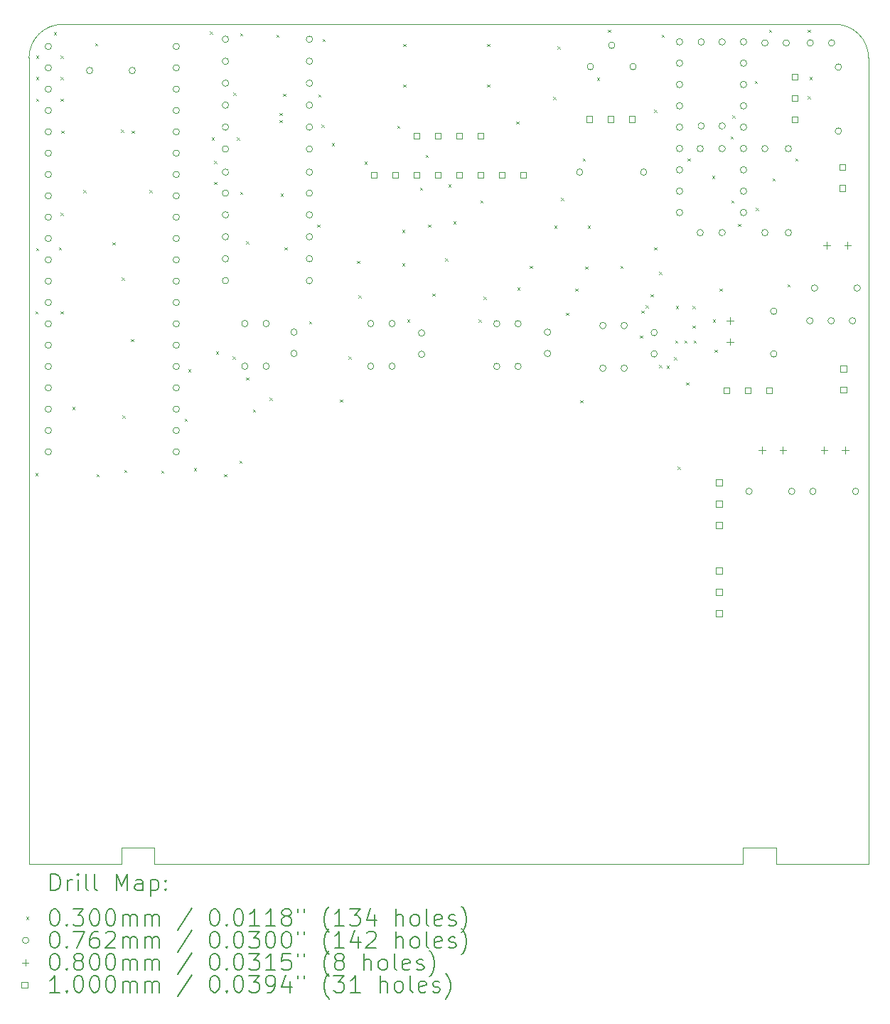
<source format=gbr>
%TF.GenerationSoftware,KiCad,Pcbnew,8.0.8*%
%TF.CreationDate,2025-08-25T22:33:34+09:00*%
%TF.ProjectId,Line_follower_robot,4c696e65-5f66-46f6-9c6c-6f7765725f72,rev?*%
%TF.SameCoordinates,Original*%
%TF.FileFunction,Drillmap*%
%TF.FilePolarity,Positive*%
%FSLAX45Y45*%
G04 Gerber Fmt 4.5, Leading zero omitted, Abs format (unit mm)*
G04 Created by KiCad (PCBNEW 8.0.8) date 2025-08-25 22:33:34*
%MOMM*%
%LPD*%
G01*
G04 APERTURE LIST*
%ADD10C,0.050000*%
%ADD11C,0.200000*%
%ADD12C,0.100000*%
G04 APERTURE END LIST*
D10*
X3000000Y-12000000D02*
X4100000Y-12000000D01*
X13000000Y-9250000D02*
X13000000Y-2400000D01*
X12600000Y-2000000D02*
G75*
G02*
X13000000Y-2400000I0J-400000D01*
G01*
X11500000Y-11800000D02*
X11500000Y-12000000D01*
X11900000Y-11800000D02*
X11500000Y-11800000D01*
X13000000Y-12000000D02*
X13000000Y-9250000D01*
X4490000Y-12000000D02*
X4490000Y-11800000D01*
X4490000Y-11800000D02*
X4100000Y-11800000D01*
X11900000Y-12000000D02*
X11900000Y-11800000D01*
X3000000Y-12000000D02*
X3000000Y-9250000D01*
X11900000Y-12000000D02*
X13000000Y-12000000D01*
X4100000Y-11800000D02*
X4100000Y-12000000D01*
X4490000Y-12000000D02*
X11500000Y-12000000D01*
X3400000Y-2000000D02*
X12600000Y-2000000D01*
X3000000Y-2400000D02*
G75*
G02*
X3400000Y-2000000I400000J0D01*
G01*
X3000000Y-9250000D02*
X3000000Y-2400000D01*
D11*
D12*
X3075000Y-5415000D02*
X3105000Y-5445000D01*
X3105000Y-5415000D02*
X3075000Y-5445000D01*
X3075000Y-7345000D02*
X3105000Y-7375000D01*
X3105000Y-7345000D02*
X3075000Y-7375000D01*
X3085000Y-2375000D02*
X3115000Y-2405000D01*
X3115000Y-2375000D02*
X3085000Y-2405000D01*
X3085000Y-2625000D02*
X3115000Y-2655000D01*
X3115000Y-2625000D02*
X3085000Y-2655000D01*
X3085000Y-2885000D02*
X3115000Y-2915000D01*
X3115000Y-2885000D02*
X3085000Y-2915000D01*
X3085000Y-4665000D02*
X3115000Y-4695000D01*
X3115000Y-4665000D02*
X3085000Y-4695000D01*
X3295000Y-2095000D02*
X3325000Y-2125000D01*
X3325000Y-2095000D02*
X3295000Y-2125000D01*
X3355000Y-4655000D02*
X3385000Y-4685000D01*
X3385000Y-4655000D02*
X3355000Y-4685000D01*
X3375000Y-2375000D02*
X3405000Y-2405000D01*
X3405000Y-2375000D02*
X3375000Y-2405000D01*
X3375000Y-2625000D02*
X3405000Y-2655000D01*
X3405000Y-2625000D02*
X3375000Y-2655000D01*
X3375000Y-2885000D02*
X3405000Y-2915000D01*
X3405000Y-2885000D02*
X3375000Y-2915000D01*
X3375000Y-4245000D02*
X3405000Y-4275000D01*
X3405000Y-4245000D02*
X3375000Y-4275000D01*
X3375000Y-5415000D02*
X3405000Y-5445000D01*
X3405000Y-5415000D02*
X3375000Y-5445000D01*
X3385000Y-3265000D02*
X3415000Y-3295000D01*
X3415000Y-3265000D02*
X3385000Y-3295000D01*
X3515000Y-6555000D02*
X3545000Y-6585000D01*
X3545000Y-6555000D02*
X3515000Y-6585000D01*
X3645000Y-3975000D02*
X3675000Y-4005000D01*
X3675000Y-3975000D02*
X3645000Y-4005000D01*
X3785000Y-2225000D02*
X3815000Y-2255000D01*
X3815000Y-2225000D02*
X3785000Y-2255000D01*
X3805000Y-7355000D02*
X3835000Y-7385000D01*
X3835000Y-7355000D02*
X3805000Y-7385000D01*
X3995000Y-4595000D02*
X4025000Y-4625000D01*
X4025000Y-4595000D02*
X3995000Y-4625000D01*
X4095000Y-3255000D02*
X4125000Y-3285000D01*
X4125000Y-3255000D02*
X4095000Y-3285000D01*
X4105000Y-5015000D02*
X4135000Y-5045000D01*
X4135000Y-5015000D02*
X4105000Y-5045000D01*
X4115000Y-6655000D02*
X4145000Y-6685000D01*
X4145000Y-6655000D02*
X4115000Y-6685000D01*
X4135000Y-7305000D02*
X4165000Y-7335000D01*
X4165000Y-7305000D02*
X4135000Y-7335000D01*
X4215000Y-5745000D02*
X4245000Y-5775000D01*
X4245000Y-5745000D02*
X4215000Y-5775000D01*
X4225000Y-3265000D02*
X4255000Y-3295000D01*
X4255000Y-3265000D02*
X4225000Y-3295000D01*
X4435000Y-3975000D02*
X4465000Y-4005000D01*
X4465000Y-3975000D02*
X4435000Y-4005000D01*
X4575000Y-7315000D02*
X4605000Y-7345000D01*
X4605000Y-7315000D02*
X4575000Y-7345000D01*
X4855000Y-6695000D02*
X4885000Y-6725000D01*
X4885000Y-6695000D02*
X4855000Y-6725000D01*
X4895000Y-6105000D02*
X4925000Y-6135000D01*
X4925000Y-6105000D02*
X4895000Y-6135000D01*
X4965000Y-7285000D02*
X4995000Y-7315000D01*
X4995000Y-7285000D02*
X4965000Y-7315000D01*
X5155000Y-2085000D02*
X5185000Y-2115000D01*
X5185000Y-2085000D02*
X5155000Y-2115000D01*
X5175000Y-3345000D02*
X5205000Y-3375000D01*
X5205000Y-3345000D02*
X5175000Y-3375000D01*
X5205000Y-3625000D02*
X5235000Y-3655000D01*
X5235000Y-3625000D02*
X5205000Y-3655000D01*
X5205000Y-3875000D02*
X5235000Y-3905000D01*
X5235000Y-3875000D02*
X5205000Y-3905000D01*
X5225000Y-5895000D02*
X5255000Y-5925000D01*
X5255000Y-5895000D02*
X5225000Y-5925000D01*
X5325000Y-7355000D02*
X5355000Y-7385000D01*
X5355000Y-7355000D02*
X5325000Y-7385000D01*
X5425000Y-5955000D02*
X5455000Y-5985000D01*
X5455000Y-5955000D02*
X5425000Y-5985000D01*
X5435000Y-2815000D02*
X5465000Y-2845000D01*
X5465000Y-2815000D02*
X5435000Y-2845000D01*
X5475000Y-3345000D02*
X5505000Y-3375000D01*
X5505000Y-3345000D02*
X5475000Y-3375000D01*
X5505000Y-7195000D02*
X5535000Y-7225000D01*
X5535000Y-7195000D02*
X5505000Y-7225000D01*
X5515000Y-2105000D02*
X5545000Y-2135000D01*
X5545000Y-2105000D02*
X5515000Y-2135000D01*
X5515000Y-3995000D02*
X5545000Y-4025000D01*
X5545000Y-3995000D02*
X5515000Y-4025000D01*
X5585000Y-4585000D02*
X5615000Y-4615000D01*
X5615000Y-4585000D02*
X5585000Y-4615000D01*
X5585000Y-6205000D02*
X5615000Y-6235000D01*
X5615000Y-6205000D02*
X5585000Y-6235000D01*
X5665000Y-6585000D02*
X5695000Y-6615000D01*
X5695000Y-6585000D02*
X5665000Y-6615000D01*
X5865000Y-6445000D02*
X5895000Y-6475000D01*
X5895000Y-6445000D02*
X5865000Y-6475000D01*
X5945000Y-2125000D02*
X5975000Y-2155000D01*
X5975000Y-2125000D02*
X5945000Y-2155000D01*
X5982573Y-3137426D02*
X6012573Y-3167426D01*
X6012573Y-3137426D02*
X5982573Y-3167426D01*
X5985000Y-3055000D02*
X6015000Y-3085000D01*
X6015000Y-3055000D02*
X5985000Y-3085000D01*
X5995000Y-4015000D02*
X6025000Y-4045000D01*
X6025000Y-4015000D02*
X5995000Y-4045000D01*
X6025000Y-2825000D02*
X6055000Y-2855000D01*
X6055000Y-2825000D02*
X6025000Y-2855000D01*
X6045000Y-4655000D02*
X6075000Y-4685000D01*
X6075000Y-4655000D02*
X6045000Y-4685000D01*
X6335000Y-5535000D02*
X6365000Y-5565000D01*
X6365000Y-5535000D02*
X6335000Y-5565000D01*
X6435000Y-4385000D02*
X6465000Y-4415000D01*
X6465000Y-4385000D02*
X6435000Y-4415000D01*
X6445000Y-2835000D02*
X6475000Y-2865000D01*
X6475000Y-2835000D02*
X6445000Y-2865000D01*
X6485000Y-3195000D02*
X6515000Y-3225000D01*
X6515000Y-3195000D02*
X6485000Y-3225000D01*
X6495000Y-2175000D02*
X6525000Y-2205000D01*
X6525000Y-2175000D02*
X6495000Y-2205000D01*
X6605000Y-3415000D02*
X6635000Y-3445000D01*
X6635000Y-3415000D02*
X6605000Y-3445000D01*
X6705000Y-6465000D02*
X6735000Y-6495000D01*
X6735000Y-6465000D02*
X6705000Y-6495000D01*
X6805000Y-5955000D02*
X6835000Y-5985000D01*
X6835000Y-5955000D02*
X6805000Y-5985000D01*
X6905000Y-4815000D02*
X6935000Y-4845000D01*
X6935000Y-4815000D02*
X6905000Y-4845000D01*
X6925000Y-5225000D02*
X6955000Y-5255000D01*
X6955000Y-5225000D02*
X6925000Y-5255000D01*
X6995000Y-3635000D02*
X7025000Y-3665000D01*
X7025000Y-3635000D02*
X6995000Y-3665000D01*
X7385000Y-3205000D02*
X7415000Y-3235000D01*
X7415000Y-3205000D02*
X7385000Y-3235000D01*
X7445000Y-4445000D02*
X7475000Y-4475000D01*
X7475000Y-4445000D02*
X7445000Y-4475000D01*
X7445000Y-4845000D02*
X7475000Y-4875000D01*
X7475000Y-4845000D02*
X7445000Y-4875000D01*
X7455000Y-2235000D02*
X7485000Y-2265000D01*
X7485000Y-2235000D02*
X7455000Y-2265000D01*
X7455000Y-2715000D02*
X7485000Y-2745000D01*
X7485000Y-2715000D02*
X7455000Y-2745000D01*
X7505000Y-5515000D02*
X7535000Y-5545000D01*
X7535000Y-5515000D02*
X7505000Y-5545000D01*
X7655000Y-3945000D02*
X7685000Y-3975000D01*
X7685000Y-3945000D02*
X7655000Y-3975000D01*
X7725000Y-3555000D02*
X7755000Y-3585000D01*
X7755000Y-3555000D02*
X7725000Y-3585000D01*
X7755000Y-4385000D02*
X7785000Y-4415000D01*
X7785000Y-4385000D02*
X7755000Y-4415000D01*
X7805000Y-5205000D02*
X7835000Y-5235000D01*
X7835000Y-5205000D02*
X7805000Y-5235000D01*
X7955000Y-4785000D02*
X7985000Y-4815000D01*
X7985000Y-4785000D02*
X7955000Y-4815000D01*
X7995000Y-3905000D02*
X8025000Y-3935000D01*
X8025000Y-3905000D02*
X7995000Y-3935000D01*
X8055000Y-4345000D02*
X8085000Y-4375000D01*
X8085000Y-4345000D02*
X8055000Y-4375000D01*
X8355000Y-5515000D02*
X8385000Y-5545000D01*
X8385000Y-5515000D02*
X8355000Y-5545000D01*
X8375000Y-4095000D02*
X8405000Y-4125000D01*
X8405000Y-4095000D02*
X8375000Y-4125000D01*
X8415000Y-5245000D02*
X8445000Y-5275000D01*
X8445000Y-5245000D02*
X8415000Y-5275000D01*
X8455000Y-2235000D02*
X8485000Y-2265000D01*
X8485000Y-2235000D02*
X8455000Y-2265000D01*
X8455000Y-2715000D02*
X8485000Y-2745000D01*
X8485000Y-2715000D02*
X8455000Y-2745000D01*
X8805000Y-3155000D02*
X8835000Y-3185000D01*
X8835000Y-3155000D02*
X8805000Y-3185000D01*
X8815000Y-5135000D02*
X8845000Y-5165000D01*
X8845000Y-5135000D02*
X8815000Y-5165000D01*
X8965000Y-4875000D02*
X8995000Y-4905000D01*
X8995000Y-4875000D02*
X8965000Y-4905000D01*
X9245000Y-2865000D02*
X9275000Y-2895000D01*
X9275000Y-2865000D02*
X9245000Y-2895000D01*
X9255000Y-4395000D02*
X9285000Y-4425000D01*
X9285000Y-4395000D02*
X9255000Y-4425000D01*
X9295000Y-2265000D02*
X9325000Y-2295000D01*
X9325000Y-2265000D02*
X9295000Y-2295000D01*
X9335000Y-4065000D02*
X9365000Y-4095000D01*
X9365000Y-4065000D02*
X9335000Y-4095000D01*
X9395000Y-5435000D02*
X9425000Y-5465000D01*
X9425000Y-5435000D02*
X9395000Y-5465000D01*
X9505000Y-5145000D02*
X9535000Y-5175000D01*
X9535000Y-5145000D02*
X9505000Y-5175000D01*
X9565000Y-6475000D02*
X9595000Y-6505000D01*
X9595000Y-6475000D02*
X9565000Y-6505000D01*
X9595000Y-3595000D02*
X9625000Y-3625000D01*
X9625000Y-3595000D02*
X9595000Y-3625000D01*
X9625000Y-4885000D02*
X9655000Y-4915000D01*
X9655000Y-4885000D02*
X9625000Y-4915000D01*
X9655000Y-4395000D02*
X9685000Y-4425000D01*
X9685000Y-4395000D02*
X9655000Y-4425000D01*
X9765000Y-2635000D02*
X9795000Y-2665000D01*
X9795000Y-2635000D02*
X9765000Y-2665000D01*
X9895000Y-2065000D02*
X9925000Y-2095000D01*
X9925000Y-2065000D02*
X9895000Y-2095000D01*
X10045000Y-4875000D02*
X10075000Y-4905000D01*
X10075000Y-4875000D02*
X10045000Y-4905000D01*
X10275000Y-5705000D02*
X10305000Y-5735000D01*
X10305000Y-5705000D02*
X10275000Y-5735000D01*
X10293785Y-5406458D02*
X10323785Y-5436458D01*
X10323785Y-5406458D02*
X10293785Y-5436458D01*
X10345000Y-5345000D02*
X10375000Y-5375000D01*
X10375000Y-5345000D02*
X10345000Y-5375000D01*
X10405000Y-5215000D02*
X10435000Y-5245000D01*
X10435000Y-5215000D02*
X10405000Y-5245000D01*
X10445000Y-3015000D02*
X10475000Y-3045000D01*
X10475000Y-3015000D02*
X10445000Y-3045000D01*
X10445000Y-4655000D02*
X10475000Y-4685000D01*
X10475000Y-4655000D02*
X10445000Y-4685000D01*
X10505000Y-4945000D02*
X10535000Y-4975000D01*
X10535000Y-4945000D02*
X10505000Y-4975000D01*
X10505000Y-6055000D02*
X10535000Y-6085000D01*
X10535000Y-6055000D02*
X10505000Y-6085000D01*
X10535000Y-2125000D02*
X10565000Y-2155000D01*
X10565000Y-2125000D02*
X10535000Y-2155000D01*
X10595000Y-6065000D02*
X10625000Y-6095000D01*
X10625000Y-6065000D02*
X10595000Y-6095000D01*
X10685000Y-5965000D02*
X10715000Y-5995000D01*
X10715000Y-5965000D02*
X10685000Y-5995000D01*
X10695000Y-5765000D02*
X10725000Y-5795000D01*
X10725000Y-5765000D02*
X10695000Y-5795000D01*
X10705000Y-5355000D02*
X10735000Y-5385000D01*
X10735000Y-5355000D02*
X10705000Y-5385000D01*
X10725000Y-7265000D02*
X10755000Y-7295000D01*
X10755000Y-7265000D02*
X10725000Y-7295000D01*
X10805000Y-5765000D02*
X10835000Y-5795000D01*
X10835000Y-5765000D02*
X10805000Y-5795000D01*
X10825000Y-6265000D02*
X10855000Y-6295000D01*
X10855000Y-6265000D02*
X10825000Y-6295000D01*
X10845000Y-3595000D02*
X10875000Y-3625000D01*
X10875000Y-3595000D02*
X10845000Y-3625000D01*
X10905000Y-5355000D02*
X10935000Y-5385000D01*
X10935000Y-5355000D02*
X10905000Y-5385000D01*
X10905000Y-5585000D02*
X10935000Y-5615000D01*
X10935000Y-5585000D02*
X10905000Y-5615000D01*
X10915000Y-5765000D02*
X10945000Y-5795000D01*
X10945000Y-5765000D02*
X10915000Y-5795000D01*
X11135000Y-3805000D02*
X11165000Y-3835000D01*
X11165000Y-3805000D02*
X11135000Y-3835000D01*
X11145000Y-5515000D02*
X11175000Y-5545000D01*
X11175000Y-5515000D02*
X11145000Y-5545000D01*
X11165000Y-5875000D02*
X11195000Y-5905000D01*
X11195000Y-5875000D02*
X11165000Y-5905000D01*
X11225000Y-5145000D02*
X11255000Y-5175000D01*
X11255000Y-5145000D02*
X11225000Y-5175000D01*
X11355000Y-3335000D02*
X11385000Y-3365000D01*
X11385000Y-3335000D02*
X11355000Y-3365000D01*
X11365000Y-4095000D02*
X11395000Y-4125000D01*
X11395000Y-4095000D02*
X11365000Y-4125000D01*
X11375000Y-3085000D02*
X11405000Y-3115000D01*
X11405000Y-3085000D02*
X11375000Y-3115000D01*
X11445000Y-4375000D02*
X11475000Y-4405000D01*
X11475000Y-4375000D02*
X11445000Y-4405000D01*
X11645000Y-2675000D02*
X11675000Y-2705000D01*
X11675000Y-2675000D02*
X11645000Y-2705000D01*
X11655000Y-4185000D02*
X11685000Y-4215000D01*
X11685000Y-4185000D02*
X11655000Y-4215000D01*
X11815000Y-2065000D02*
X11845000Y-2095000D01*
X11845000Y-2065000D02*
X11815000Y-2095000D01*
X11855000Y-3835000D02*
X11885000Y-3865000D01*
X11885000Y-3835000D02*
X11855000Y-3865000D01*
X12035000Y-5095000D02*
X12065000Y-5125000D01*
X12065000Y-5095000D02*
X12035000Y-5125000D01*
X12125000Y-3595000D02*
X12155000Y-3625000D01*
X12155000Y-3595000D02*
X12125000Y-3625000D01*
X12275000Y-2065000D02*
X12305000Y-2095000D01*
X12305000Y-2065000D02*
X12275000Y-2095000D01*
X12275000Y-2855000D02*
X12305000Y-2885000D01*
X12305000Y-2855000D02*
X12275000Y-2885000D01*
X12295000Y-2625000D02*
X12325000Y-2655000D01*
X12325000Y-2625000D02*
X12295000Y-2655000D01*
X3268100Y-2264000D02*
G75*
G02*
X3191900Y-2264000I-38100J0D01*
G01*
X3191900Y-2264000D02*
G75*
G02*
X3268100Y-2264000I38100J0D01*
G01*
X3268100Y-2518000D02*
G75*
G02*
X3191900Y-2518000I-38100J0D01*
G01*
X3191900Y-2518000D02*
G75*
G02*
X3268100Y-2518000I38100J0D01*
G01*
X3268100Y-2772000D02*
G75*
G02*
X3191900Y-2772000I-38100J0D01*
G01*
X3191900Y-2772000D02*
G75*
G02*
X3268100Y-2772000I38100J0D01*
G01*
X3268100Y-3026000D02*
G75*
G02*
X3191900Y-3026000I-38100J0D01*
G01*
X3191900Y-3026000D02*
G75*
G02*
X3268100Y-3026000I38100J0D01*
G01*
X3268100Y-3280000D02*
G75*
G02*
X3191900Y-3280000I-38100J0D01*
G01*
X3191900Y-3280000D02*
G75*
G02*
X3268100Y-3280000I38100J0D01*
G01*
X3268100Y-3534000D02*
G75*
G02*
X3191900Y-3534000I-38100J0D01*
G01*
X3191900Y-3534000D02*
G75*
G02*
X3268100Y-3534000I38100J0D01*
G01*
X3268100Y-3788000D02*
G75*
G02*
X3191900Y-3788000I-38100J0D01*
G01*
X3191900Y-3788000D02*
G75*
G02*
X3268100Y-3788000I38100J0D01*
G01*
X3268100Y-4042000D02*
G75*
G02*
X3191900Y-4042000I-38100J0D01*
G01*
X3191900Y-4042000D02*
G75*
G02*
X3268100Y-4042000I38100J0D01*
G01*
X3268100Y-4296000D02*
G75*
G02*
X3191900Y-4296000I-38100J0D01*
G01*
X3191900Y-4296000D02*
G75*
G02*
X3268100Y-4296000I38100J0D01*
G01*
X3268100Y-4550000D02*
G75*
G02*
X3191900Y-4550000I-38100J0D01*
G01*
X3191900Y-4550000D02*
G75*
G02*
X3268100Y-4550000I38100J0D01*
G01*
X3268100Y-4804000D02*
G75*
G02*
X3191900Y-4804000I-38100J0D01*
G01*
X3191900Y-4804000D02*
G75*
G02*
X3268100Y-4804000I38100J0D01*
G01*
X3268100Y-5058000D02*
G75*
G02*
X3191900Y-5058000I-38100J0D01*
G01*
X3191900Y-5058000D02*
G75*
G02*
X3268100Y-5058000I38100J0D01*
G01*
X3268100Y-5312000D02*
G75*
G02*
X3191900Y-5312000I-38100J0D01*
G01*
X3191900Y-5312000D02*
G75*
G02*
X3268100Y-5312000I38100J0D01*
G01*
X3268100Y-5566000D02*
G75*
G02*
X3191900Y-5566000I-38100J0D01*
G01*
X3191900Y-5566000D02*
G75*
G02*
X3268100Y-5566000I38100J0D01*
G01*
X3268100Y-5820000D02*
G75*
G02*
X3191900Y-5820000I-38100J0D01*
G01*
X3191900Y-5820000D02*
G75*
G02*
X3268100Y-5820000I38100J0D01*
G01*
X3268100Y-6074000D02*
G75*
G02*
X3191900Y-6074000I-38100J0D01*
G01*
X3191900Y-6074000D02*
G75*
G02*
X3268100Y-6074000I38100J0D01*
G01*
X3268100Y-6328000D02*
G75*
G02*
X3191900Y-6328000I-38100J0D01*
G01*
X3191900Y-6328000D02*
G75*
G02*
X3268100Y-6328000I38100J0D01*
G01*
X3268100Y-6582000D02*
G75*
G02*
X3191900Y-6582000I-38100J0D01*
G01*
X3191900Y-6582000D02*
G75*
G02*
X3268100Y-6582000I38100J0D01*
G01*
X3268100Y-6836000D02*
G75*
G02*
X3191900Y-6836000I-38100J0D01*
G01*
X3191900Y-6836000D02*
G75*
G02*
X3268100Y-6836000I38100J0D01*
G01*
X3268100Y-7090000D02*
G75*
G02*
X3191900Y-7090000I-38100J0D01*
G01*
X3191900Y-7090000D02*
G75*
G02*
X3268100Y-7090000I38100J0D01*
G01*
X3760100Y-2550000D02*
G75*
G02*
X3683900Y-2550000I-38100J0D01*
G01*
X3683900Y-2550000D02*
G75*
G02*
X3760100Y-2550000I38100J0D01*
G01*
X4268100Y-2550000D02*
G75*
G02*
X4191900Y-2550000I-38100J0D01*
G01*
X4191900Y-2550000D02*
G75*
G02*
X4268100Y-2550000I38100J0D01*
G01*
X4792100Y-2264000D02*
G75*
G02*
X4715900Y-2264000I-38100J0D01*
G01*
X4715900Y-2264000D02*
G75*
G02*
X4792100Y-2264000I38100J0D01*
G01*
X4792100Y-2518000D02*
G75*
G02*
X4715900Y-2518000I-38100J0D01*
G01*
X4715900Y-2518000D02*
G75*
G02*
X4792100Y-2518000I38100J0D01*
G01*
X4792100Y-2772000D02*
G75*
G02*
X4715900Y-2772000I-38100J0D01*
G01*
X4715900Y-2772000D02*
G75*
G02*
X4792100Y-2772000I38100J0D01*
G01*
X4792100Y-3026000D02*
G75*
G02*
X4715900Y-3026000I-38100J0D01*
G01*
X4715900Y-3026000D02*
G75*
G02*
X4792100Y-3026000I38100J0D01*
G01*
X4792100Y-3280000D02*
G75*
G02*
X4715900Y-3280000I-38100J0D01*
G01*
X4715900Y-3280000D02*
G75*
G02*
X4792100Y-3280000I38100J0D01*
G01*
X4792100Y-3534000D02*
G75*
G02*
X4715900Y-3534000I-38100J0D01*
G01*
X4715900Y-3534000D02*
G75*
G02*
X4792100Y-3534000I38100J0D01*
G01*
X4792100Y-3788000D02*
G75*
G02*
X4715900Y-3788000I-38100J0D01*
G01*
X4715900Y-3788000D02*
G75*
G02*
X4792100Y-3788000I38100J0D01*
G01*
X4792100Y-4042000D02*
G75*
G02*
X4715900Y-4042000I-38100J0D01*
G01*
X4715900Y-4042000D02*
G75*
G02*
X4792100Y-4042000I38100J0D01*
G01*
X4792100Y-4296000D02*
G75*
G02*
X4715900Y-4296000I-38100J0D01*
G01*
X4715900Y-4296000D02*
G75*
G02*
X4792100Y-4296000I38100J0D01*
G01*
X4792100Y-4550000D02*
G75*
G02*
X4715900Y-4550000I-38100J0D01*
G01*
X4715900Y-4550000D02*
G75*
G02*
X4792100Y-4550000I38100J0D01*
G01*
X4792100Y-4804000D02*
G75*
G02*
X4715900Y-4804000I-38100J0D01*
G01*
X4715900Y-4804000D02*
G75*
G02*
X4792100Y-4804000I38100J0D01*
G01*
X4792100Y-5058000D02*
G75*
G02*
X4715900Y-5058000I-38100J0D01*
G01*
X4715900Y-5058000D02*
G75*
G02*
X4792100Y-5058000I38100J0D01*
G01*
X4792100Y-5312000D02*
G75*
G02*
X4715900Y-5312000I-38100J0D01*
G01*
X4715900Y-5312000D02*
G75*
G02*
X4792100Y-5312000I38100J0D01*
G01*
X4792100Y-5566000D02*
G75*
G02*
X4715900Y-5566000I-38100J0D01*
G01*
X4715900Y-5566000D02*
G75*
G02*
X4792100Y-5566000I38100J0D01*
G01*
X4792100Y-5820000D02*
G75*
G02*
X4715900Y-5820000I-38100J0D01*
G01*
X4715900Y-5820000D02*
G75*
G02*
X4792100Y-5820000I38100J0D01*
G01*
X4792100Y-6074000D02*
G75*
G02*
X4715900Y-6074000I-38100J0D01*
G01*
X4715900Y-6074000D02*
G75*
G02*
X4792100Y-6074000I38100J0D01*
G01*
X4792100Y-6328000D02*
G75*
G02*
X4715900Y-6328000I-38100J0D01*
G01*
X4715900Y-6328000D02*
G75*
G02*
X4792100Y-6328000I38100J0D01*
G01*
X4792100Y-6582000D02*
G75*
G02*
X4715900Y-6582000I-38100J0D01*
G01*
X4715900Y-6582000D02*
G75*
G02*
X4792100Y-6582000I38100J0D01*
G01*
X4792100Y-6836000D02*
G75*
G02*
X4715900Y-6836000I-38100J0D01*
G01*
X4715900Y-6836000D02*
G75*
G02*
X4792100Y-6836000I38100J0D01*
G01*
X4792100Y-7090000D02*
G75*
G02*
X4715900Y-7090000I-38100J0D01*
G01*
X4715900Y-7090000D02*
G75*
G02*
X4792100Y-7090000I38100J0D01*
G01*
X5378100Y-2178400D02*
G75*
G02*
X5301900Y-2178400I-38100J0D01*
G01*
X5301900Y-2178400D02*
G75*
G02*
X5378100Y-2178400I38100J0D01*
G01*
X5378100Y-2439600D02*
G75*
G02*
X5301900Y-2439600I-38100J0D01*
G01*
X5301900Y-2439600D02*
G75*
G02*
X5378100Y-2439600I38100J0D01*
G01*
X5378100Y-2700800D02*
G75*
G02*
X5301900Y-2700800I-38100J0D01*
G01*
X5301900Y-2700800D02*
G75*
G02*
X5378100Y-2700800I38100J0D01*
G01*
X5378100Y-2962000D02*
G75*
G02*
X5301900Y-2962000I-38100J0D01*
G01*
X5301900Y-2962000D02*
G75*
G02*
X5378100Y-2962000I38100J0D01*
G01*
X5378100Y-3223200D02*
G75*
G02*
X5301900Y-3223200I-38100J0D01*
G01*
X5301900Y-3223200D02*
G75*
G02*
X5378100Y-3223200I38100J0D01*
G01*
X5378100Y-3484400D02*
G75*
G02*
X5301900Y-3484400I-38100J0D01*
G01*
X5301900Y-3484400D02*
G75*
G02*
X5378100Y-3484400I38100J0D01*
G01*
X5378100Y-3760000D02*
G75*
G02*
X5301900Y-3760000I-38100J0D01*
G01*
X5301900Y-3760000D02*
G75*
G02*
X5378100Y-3760000I38100J0D01*
G01*
X5378100Y-4010000D02*
G75*
G02*
X5301900Y-4010000I-38100J0D01*
G01*
X5301900Y-4010000D02*
G75*
G02*
X5378100Y-4010000I38100J0D01*
G01*
X5378100Y-4268000D02*
G75*
G02*
X5301900Y-4268000I-38100J0D01*
G01*
X5301900Y-4268000D02*
G75*
G02*
X5378100Y-4268000I38100J0D01*
G01*
X5378100Y-4529200D02*
G75*
G02*
X5301900Y-4529200I-38100J0D01*
G01*
X5301900Y-4529200D02*
G75*
G02*
X5378100Y-4529200I38100J0D01*
G01*
X5378100Y-4790400D02*
G75*
G02*
X5301900Y-4790400I-38100J0D01*
G01*
X5301900Y-4790400D02*
G75*
G02*
X5378100Y-4790400I38100J0D01*
G01*
X5378100Y-5051600D02*
G75*
G02*
X5301900Y-5051600I-38100J0D01*
G01*
X5301900Y-5051600D02*
G75*
G02*
X5378100Y-5051600I38100J0D01*
G01*
X5608100Y-5563000D02*
G75*
G02*
X5531900Y-5563000I-38100J0D01*
G01*
X5531900Y-5563000D02*
G75*
G02*
X5608100Y-5563000I38100J0D01*
G01*
X5608100Y-6071000D02*
G75*
G02*
X5531900Y-6071000I-38100J0D01*
G01*
X5531900Y-6071000D02*
G75*
G02*
X5608100Y-6071000I38100J0D01*
G01*
X5862100Y-5563000D02*
G75*
G02*
X5785900Y-5563000I-38100J0D01*
G01*
X5785900Y-5563000D02*
G75*
G02*
X5862100Y-5563000I38100J0D01*
G01*
X5862100Y-6071000D02*
G75*
G02*
X5785900Y-6071000I-38100J0D01*
G01*
X5785900Y-6071000D02*
G75*
G02*
X5862100Y-6071000I38100J0D01*
G01*
X6193989Y-5664889D02*
G75*
G02*
X6117789Y-5664889I-38100J0D01*
G01*
X6117789Y-5664889D02*
G75*
G02*
X6193989Y-5664889I38100J0D01*
G01*
X6193989Y-5918889D02*
G75*
G02*
X6117789Y-5918889I-38100J0D01*
G01*
X6117789Y-5918889D02*
G75*
G02*
X6193989Y-5918889I38100J0D01*
G01*
X6378100Y-2178400D02*
G75*
G02*
X6301900Y-2178400I-38100J0D01*
G01*
X6301900Y-2178400D02*
G75*
G02*
X6378100Y-2178400I38100J0D01*
G01*
X6378100Y-2439600D02*
G75*
G02*
X6301900Y-2439600I-38100J0D01*
G01*
X6301900Y-2439600D02*
G75*
G02*
X6378100Y-2439600I38100J0D01*
G01*
X6378100Y-2700800D02*
G75*
G02*
X6301900Y-2700800I-38100J0D01*
G01*
X6301900Y-2700800D02*
G75*
G02*
X6378100Y-2700800I38100J0D01*
G01*
X6378100Y-2962000D02*
G75*
G02*
X6301900Y-2962000I-38100J0D01*
G01*
X6301900Y-2962000D02*
G75*
G02*
X6378100Y-2962000I38100J0D01*
G01*
X6378100Y-3223200D02*
G75*
G02*
X6301900Y-3223200I-38100J0D01*
G01*
X6301900Y-3223200D02*
G75*
G02*
X6378100Y-3223200I38100J0D01*
G01*
X6378100Y-3484400D02*
G75*
G02*
X6301900Y-3484400I-38100J0D01*
G01*
X6301900Y-3484400D02*
G75*
G02*
X6378100Y-3484400I38100J0D01*
G01*
X6378100Y-3760000D02*
G75*
G02*
X6301900Y-3760000I-38100J0D01*
G01*
X6301900Y-3760000D02*
G75*
G02*
X6378100Y-3760000I38100J0D01*
G01*
X6378100Y-4010000D02*
G75*
G02*
X6301900Y-4010000I-38100J0D01*
G01*
X6301900Y-4010000D02*
G75*
G02*
X6378100Y-4010000I38100J0D01*
G01*
X6378100Y-4268000D02*
G75*
G02*
X6301900Y-4268000I-38100J0D01*
G01*
X6301900Y-4268000D02*
G75*
G02*
X6378100Y-4268000I38100J0D01*
G01*
X6378100Y-4529200D02*
G75*
G02*
X6301900Y-4529200I-38100J0D01*
G01*
X6301900Y-4529200D02*
G75*
G02*
X6378100Y-4529200I38100J0D01*
G01*
X6378100Y-4790400D02*
G75*
G02*
X6301900Y-4790400I-38100J0D01*
G01*
X6301900Y-4790400D02*
G75*
G02*
X6378100Y-4790400I38100J0D01*
G01*
X6378100Y-5051600D02*
G75*
G02*
X6301900Y-5051600I-38100J0D01*
G01*
X6301900Y-5051600D02*
G75*
G02*
X6378100Y-5051600I38100J0D01*
G01*
X7108100Y-5563000D02*
G75*
G02*
X7031900Y-5563000I-38100J0D01*
G01*
X7031900Y-5563000D02*
G75*
G02*
X7108100Y-5563000I38100J0D01*
G01*
X7108100Y-6071000D02*
G75*
G02*
X7031900Y-6071000I-38100J0D01*
G01*
X7031900Y-6071000D02*
G75*
G02*
X7108100Y-6071000I38100J0D01*
G01*
X7362100Y-5563000D02*
G75*
G02*
X7285900Y-5563000I-38100J0D01*
G01*
X7285900Y-5563000D02*
G75*
G02*
X7362100Y-5563000I38100J0D01*
G01*
X7362100Y-6071000D02*
G75*
G02*
X7285900Y-6071000I-38100J0D01*
G01*
X7285900Y-6071000D02*
G75*
G02*
X7362100Y-6071000I38100J0D01*
G01*
X7713989Y-5674889D02*
G75*
G02*
X7637789Y-5674889I-38100J0D01*
G01*
X7637789Y-5674889D02*
G75*
G02*
X7713989Y-5674889I38100J0D01*
G01*
X7713989Y-5928889D02*
G75*
G02*
X7637789Y-5928889I-38100J0D01*
G01*
X7637789Y-5928889D02*
G75*
G02*
X7713989Y-5928889I38100J0D01*
G01*
X8609100Y-5565000D02*
G75*
G02*
X8532900Y-5565000I-38100J0D01*
G01*
X8532900Y-5565000D02*
G75*
G02*
X8609100Y-5565000I38100J0D01*
G01*
X8609100Y-6073000D02*
G75*
G02*
X8532900Y-6073000I-38100J0D01*
G01*
X8532900Y-6073000D02*
G75*
G02*
X8609100Y-6073000I38100J0D01*
G01*
X8863100Y-5565000D02*
G75*
G02*
X8786900Y-5565000I-38100J0D01*
G01*
X8786900Y-5565000D02*
G75*
G02*
X8863100Y-5565000I38100J0D01*
G01*
X8863100Y-6073000D02*
G75*
G02*
X8786900Y-6073000I-38100J0D01*
G01*
X8786900Y-6073000D02*
G75*
G02*
X8863100Y-6073000I38100J0D01*
G01*
X9213989Y-5664889D02*
G75*
G02*
X9137789Y-5664889I-38100J0D01*
G01*
X9137789Y-5664889D02*
G75*
G02*
X9213989Y-5664889I38100J0D01*
G01*
X9213989Y-5918889D02*
G75*
G02*
X9137789Y-5918889I-38100J0D01*
G01*
X9137789Y-5918889D02*
G75*
G02*
X9213989Y-5918889I38100J0D01*
G01*
X9597100Y-3760000D02*
G75*
G02*
X9520900Y-3760000I-38100J0D01*
G01*
X9520900Y-3760000D02*
G75*
G02*
X9597100Y-3760000I38100J0D01*
G01*
X9724100Y-2504000D02*
G75*
G02*
X9647900Y-2504000I-38100J0D01*
G01*
X9647900Y-2504000D02*
G75*
G02*
X9724100Y-2504000I38100J0D01*
G01*
X9873100Y-5586000D02*
G75*
G02*
X9796900Y-5586000I-38100J0D01*
G01*
X9796900Y-5586000D02*
G75*
G02*
X9873100Y-5586000I38100J0D01*
G01*
X9873100Y-6094000D02*
G75*
G02*
X9796900Y-6094000I-38100J0D01*
G01*
X9796900Y-6094000D02*
G75*
G02*
X9873100Y-6094000I38100J0D01*
G01*
X9978100Y-2250000D02*
G75*
G02*
X9901900Y-2250000I-38100J0D01*
G01*
X9901900Y-2250000D02*
G75*
G02*
X9978100Y-2250000I38100J0D01*
G01*
X10127100Y-5586000D02*
G75*
G02*
X10050900Y-5586000I-38100J0D01*
G01*
X10050900Y-5586000D02*
G75*
G02*
X10127100Y-5586000I38100J0D01*
G01*
X10127100Y-6094000D02*
G75*
G02*
X10050900Y-6094000I-38100J0D01*
G01*
X10050900Y-6094000D02*
G75*
G02*
X10127100Y-6094000I38100J0D01*
G01*
X10232100Y-2504000D02*
G75*
G02*
X10155900Y-2504000I-38100J0D01*
G01*
X10155900Y-2504000D02*
G75*
G02*
X10232100Y-2504000I38100J0D01*
G01*
X10359100Y-3760000D02*
G75*
G02*
X10282900Y-3760000I-38100J0D01*
G01*
X10282900Y-3760000D02*
G75*
G02*
X10359100Y-3760000I38100J0D01*
G01*
X10483989Y-5670000D02*
G75*
G02*
X10407789Y-5670000I-38100J0D01*
G01*
X10407789Y-5670000D02*
G75*
G02*
X10483989Y-5670000I38100J0D01*
G01*
X10483989Y-5924000D02*
G75*
G02*
X10407789Y-5924000I-38100J0D01*
G01*
X10407789Y-5924000D02*
G75*
G02*
X10483989Y-5924000I38100J0D01*
G01*
X10786100Y-2208000D02*
G75*
G02*
X10709900Y-2208000I-38100J0D01*
G01*
X10709900Y-2208000D02*
G75*
G02*
X10786100Y-2208000I38100J0D01*
G01*
X10786100Y-2462000D02*
G75*
G02*
X10709900Y-2462000I-38100J0D01*
G01*
X10709900Y-2462000D02*
G75*
G02*
X10786100Y-2462000I38100J0D01*
G01*
X10786100Y-2716000D02*
G75*
G02*
X10709900Y-2716000I-38100J0D01*
G01*
X10709900Y-2716000D02*
G75*
G02*
X10786100Y-2716000I38100J0D01*
G01*
X10786100Y-2970000D02*
G75*
G02*
X10709900Y-2970000I-38100J0D01*
G01*
X10709900Y-2970000D02*
G75*
G02*
X10786100Y-2970000I38100J0D01*
G01*
X10786100Y-3224000D02*
G75*
G02*
X10709900Y-3224000I-38100J0D01*
G01*
X10709900Y-3224000D02*
G75*
G02*
X10786100Y-3224000I38100J0D01*
G01*
X10786100Y-3478000D02*
G75*
G02*
X10709900Y-3478000I-38100J0D01*
G01*
X10709900Y-3478000D02*
G75*
G02*
X10786100Y-3478000I38100J0D01*
G01*
X10786100Y-3732000D02*
G75*
G02*
X10709900Y-3732000I-38100J0D01*
G01*
X10709900Y-3732000D02*
G75*
G02*
X10786100Y-3732000I38100J0D01*
G01*
X10786100Y-3986000D02*
G75*
G02*
X10709900Y-3986000I-38100J0D01*
G01*
X10709900Y-3986000D02*
G75*
G02*
X10786100Y-3986000I38100J0D01*
G01*
X10786100Y-4240000D02*
G75*
G02*
X10709900Y-4240000I-38100J0D01*
G01*
X10709900Y-4240000D02*
G75*
G02*
X10786100Y-4240000I38100J0D01*
G01*
X11032500Y-3480000D02*
G75*
G02*
X10956300Y-3480000I-38100J0D01*
G01*
X10956300Y-3480000D02*
G75*
G02*
X11032500Y-3480000I38100J0D01*
G01*
X11032500Y-4480000D02*
G75*
G02*
X10956300Y-4480000I-38100J0D01*
G01*
X10956300Y-4480000D02*
G75*
G02*
X11032500Y-4480000I38100J0D01*
G01*
X11043700Y-2210000D02*
G75*
G02*
X10967500Y-2210000I-38100J0D01*
G01*
X10967500Y-2210000D02*
G75*
G02*
X11043700Y-2210000I38100J0D01*
G01*
X11043700Y-3210000D02*
G75*
G02*
X10967500Y-3210000I-38100J0D01*
G01*
X10967500Y-3210000D02*
G75*
G02*
X11043700Y-3210000I38100J0D01*
G01*
X11293700Y-2210000D02*
G75*
G02*
X11217500Y-2210000I-38100J0D01*
G01*
X11217500Y-2210000D02*
G75*
G02*
X11293700Y-2210000I38100J0D01*
G01*
X11293700Y-3210000D02*
G75*
G02*
X11217500Y-3210000I-38100J0D01*
G01*
X11217500Y-3210000D02*
G75*
G02*
X11293700Y-3210000I38100J0D01*
G01*
X11293700Y-3480000D02*
G75*
G02*
X11217500Y-3480000I-38100J0D01*
G01*
X11217500Y-3480000D02*
G75*
G02*
X11293700Y-3480000I38100J0D01*
G01*
X11293700Y-4480000D02*
G75*
G02*
X11217500Y-4480000I-38100J0D01*
G01*
X11217500Y-4480000D02*
G75*
G02*
X11293700Y-4480000I38100J0D01*
G01*
X11548100Y-2208000D02*
G75*
G02*
X11471900Y-2208000I-38100J0D01*
G01*
X11471900Y-2208000D02*
G75*
G02*
X11548100Y-2208000I38100J0D01*
G01*
X11548100Y-2462000D02*
G75*
G02*
X11471900Y-2462000I-38100J0D01*
G01*
X11471900Y-2462000D02*
G75*
G02*
X11548100Y-2462000I38100J0D01*
G01*
X11548100Y-2716000D02*
G75*
G02*
X11471900Y-2716000I-38100J0D01*
G01*
X11471900Y-2716000D02*
G75*
G02*
X11548100Y-2716000I38100J0D01*
G01*
X11548100Y-2970000D02*
G75*
G02*
X11471900Y-2970000I-38100J0D01*
G01*
X11471900Y-2970000D02*
G75*
G02*
X11548100Y-2970000I38100J0D01*
G01*
X11548100Y-3224000D02*
G75*
G02*
X11471900Y-3224000I-38100J0D01*
G01*
X11471900Y-3224000D02*
G75*
G02*
X11548100Y-3224000I38100J0D01*
G01*
X11548100Y-3478000D02*
G75*
G02*
X11471900Y-3478000I-38100J0D01*
G01*
X11471900Y-3478000D02*
G75*
G02*
X11548100Y-3478000I38100J0D01*
G01*
X11548100Y-3732000D02*
G75*
G02*
X11471900Y-3732000I-38100J0D01*
G01*
X11471900Y-3732000D02*
G75*
G02*
X11548100Y-3732000I38100J0D01*
G01*
X11548100Y-3986000D02*
G75*
G02*
X11471900Y-3986000I-38100J0D01*
G01*
X11471900Y-3986000D02*
G75*
G02*
X11548100Y-3986000I38100J0D01*
G01*
X11548100Y-4240000D02*
G75*
G02*
X11471900Y-4240000I-38100J0D01*
G01*
X11471900Y-4240000D02*
G75*
G02*
X11548100Y-4240000I38100J0D01*
G01*
X11614611Y-7560000D02*
G75*
G02*
X11538411Y-7560000I-38100J0D01*
G01*
X11538411Y-7560000D02*
G75*
G02*
X11614611Y-7560000I38100J0D01*
G01*
X11802500Y-3480000D02*
G75*
G02*
X11726300Y-3480000I-38100J0D01*
G01*
X11726300Y-3480000D02*
G75*
G02*
X11802500Y-3480000I38100J0D01*
G01*
X11802500Y-4480000D02*
G75*
G02*
X11726300Y-4480000I-38100J0D01*
G01*
X11726300Y-4480000D02*
G75*
G02*
X11802500Y-4480000I38100J0D01*
G01*
X11802989Y-2221889D02*
G75*
G02*
X11726789Y-2221889I-38100J0D01*
G01*
X11726789Y-2221889D02*
G75*
G02*
X11802989Y-2221889I38100J0D01*
G01*
X11908100Y-5416000D02*
G75*
G02*
X11831900Y-5416000I-38100J0D01*
G01*
X11831900Y-5416000D02*
G75*
G02*
X11908100Y-5416000I38100J0D01*
G01*
X11908100Y-5924000D02*
G75*
G02*
X11831900Y-5924000I-38100J0D01*
G01*
X11831900Y-5924000D02*
G75*
G02*
X11908100Y-5924000I38100J0D01*
G01*
X12056989Y-2221889D02*
G75*
G02*
X11980789Y-2221889I-38100J0D01*
G01*
X11980789Y-2221889D02*
G75*
G02*
X12056989Y-2221889I38100J0D01*
G01*
X12082500Y-3480000D02*
G75*
G02*
X12006300Y-3480000I-38100J0D01*
G01*
X12006300Y-3480000D02*
G75*
G02*
X12082500Y-3480000I38100J0D01*
G01*
X12082500Y-4480000D02*
G75*
G02*
X12006300Y-4480000I-38100J0D01*
G01*
X12006300Y-4480000D02*
G75*
G02*
X12082500Y-4480000I38100J0D01*
G01*
X12122611Y-7560000D02*
G75*
G02*
X12046411Y-7560000I-38100J0D01*
G01*
X12046411Y-7560000D02*
G75*
G02*
X12122611Y-7560000I38100J0D01*
G01*
X12338100Y-5530000D02*
G75*
G02*
X12261900Y-5530000I-38100J0D01*
G01*
X12261900Y-5530000D02*
G75*
G02*
X12338100Y-5530000I38100J0D01*
G01*
X12342989Y-2221889D02*
G75*
G02*
X12266789Y-2221889I-38100J0D01*
G01*
X12266789Y-2221889D02*
G75*
G02*
X12342989Y-2221889I38100J0D01*
G01*
X12374611Y-7560000D02*
G75*
G02*
X12298411Y-7560000I-38100J0D01*
G01*
X12298411Y-7560000D02*
G75*
G02*
X12374611Y-7560000I38100J0D01*
G01*
X12394100Y-5140000D02*
G75*
G02*
X12317900Y-5140000I-38100J0D01*
G01*
X12317900Y-5140000D02*
G75*
G02*
X12394100Y-5140000I38100J0D01*
G01*
X12592100Y-5530000D02*
G75*
G02*
X12515900Y-5530000I-38100J0D01*
G01*
X12515900Y-5530000D02*
G75*
G02*
X12592100Y-5530000I38100J0D01*
G01*
X12596989Y-2221889D02*
G75*
G02*
X12520789Y-2221889I-38100J0D01*
G01*
X12520789Y-2221889D02*
G75*
G02*
X12596989Y-2221889I38100J0D01*
G01*
X12678100Y-2509000D02*
G75*
G02*
X12601900Y-2509000I-38100J0D01*
G01*
X12601900Y-2509000D02*
G75*
G02*
X12678100Y-2509000I38100J0D01*
G01*
X12678100Y-3271000D02*
G75*
G02*
X12601900Y-3271000I-38100J0D01*
G01*
X12601900Y-3271000D02*
G75*
G02*
X12678100Y-3271000I38100J0D01*
G01*
X12846100Y-5530000D02*
G75*
G02*
X12769900Y-5530000I-38100J0D01*
G01*
X12769900Y-5530000D02*
G75*
G02*
X12846100Y-5530000I38100J0D01*
G01*
X12882611Y-7560000D02*
G75*
G02*
X12806411Y-7560000I-38100J0D01*
G01*
X12806411Y-7560000D02*
G75*
G02*
X12882611Y-7560000I38100J0D01*
G01*
X12902100Y-5140000D02*
G75*
G02*
X12825900Y-5140000I-38100J0D01*
G01*
X12825900Y-5140000D02*
G75*
G02*
X12902100Y-5140000I38100J0D01*
G01*
X11350000Y-5490000D02*
X11350000Y-5570000D01*
X11310000Y-5530000D02*
X11390000Y-5530000D01*
X11350000Y-5740000D02*
X11350000Y-5820000D01*
X11310000Y-5780000D02*
X11390000Y-5780000D01*
X11730000Y-7030000D02*
X11730000Y-7110000D01*
X11690000Y-7070000D02*
X11770000Y-7070000D01*
X11980000Y-7030000D02*
X11980000Y-7110000D01*
X11940000Y-7070000D02*
X12020000Y-7070000D01*
X12470000Y-7030000D02*
X12470000Y-7110000D01*
X12430000Y-7070000D02*
X12510000Y-7070000D01*
X12500000Y-4590000D02*
X12500000Y-4670000D01*
X12460000Y-4630000D02*
X12540000Y-4630000D01*
X12720000Y-7030000D02*
X12720000Y-7110000D01*
X12680000Y-7070000D02*
X12760000Y-7070000D01*
X12750000Y-4590000D02*
X12750000Y-4670000D01*
X12710000Y-4630000D02*
X12790000Y-4630000D01*
X7144856Y-3827856D02*
X7144856Y-3757144D01*
X7074144Y-3757144D01*
X7074144Y-3827856D01*
X7144856Y-3827856D01*
X7398856Y-3827856D02*
X7398856Y-3757144D01*
X7328144Y-3757144D01*
X7328144Y-3827856D01*
X7398856Y-3827856D01*
X7652856Y-3827856D02*
X7652856Y-3757144D01*
X7582144Y-3757144D01*
X7582144Y-3827856D01*
X7652856Y-3827856D01*
X7653356Y-3365356D02*
X7653356Y-3294644D01*
X7582644Y-3294644D01*
X7582644Y-3365356D01*
X7653356Y-3365356D01*
X7906856Y-3827856D02*
X7906856Y-3757144D01*
X7836144Y-3757144D01*
X7836144Y-3827856D01*
X7906856Y-3827856D01*
X7907356Y-3365356D02*
X7907356Y-3294644D01*
X7836644Y-3294644D01*
X7836644Y-3365356D01*
X7907356Y-3365356D01*
X8160856Y-3827856D02*
X8160856Y-3757144D01*
X8090144Y-3757144D01*
X8090144Y-3827856D01*
X8160856Y-3827856D01*
X8161356Y-3365356D02*
X8161356Y-3294644D01*
X8090644Y-3294644D01*
X8090644Y-3365356D01*
X8161356Y-3365356D01*
X8414856Y-3827856D02*
X8414856Y-3757144D01*
X8344144Y-3757144D01*
X8344144Y-3827856D01*
X8414856Y-3827856D01*
X8415356Y-3365356D02*
X8415356Y-3294644D01*
X8344644Y-3294644D01*
X8344644Y-3365356D01*
X8415356Y-3365356D01*
X8668856Y-3827856D02*
X8668856Y-3757144D01*
X8598144Y-3757144D01*
X8598144Y-3827856D01*
X8668856Y-3827856D01*
X8922856Y-3827856D02*
X8922856Y-3757144D01*
X8852144Y-3757144D01*
X8852144Y-3827856D01*
X8922856Y-3827856D01*
X9707356Y-3165356D02*
X9707356Y-3094644D01*
X9636644Y-3094644D01*
X9636644Y-3165356D01*
X9707356Y-3165356D01*
X9961356Y-3165356D02*
X9961356Y-3094644D01*
X9890644Y-3094644D01*
X9890644Y-3165356D01*
X9961356Y-3165356D01*
X10215356Y-3165356D02*
X10215356Y-3094644D01*
X10144644Y-3094644D01*
X10144644Y-3165356D01*
X10215356Y-3165356D01*
X11255356Y-7491356D02*
X11255356Y-7420644D01*
X11184644Y-7420644D01*
X11184644Y-7491356D01*
X11255356Y-7491356D01*
X11255356Y-7745356D02*
X11255356Y-7674644D01*
X11184644Y-7674644D01*
X11184644Y-7745356D01*
X11255356Y-7745356D01*
X11255356Y-7999356D02*
X11255356Y-7928644D01*
X11184644Y-7928644D01*
X11184644Y-7999356D01*
X11255356Y-7999356D01*
X11255356Y-8541356D02*
X11255356Y-8470644D01*
X11184644Y-8470644D01*
X11184644Y-8541356D01*
X11255356Y-8541356D01*
X11255356Y-8795356D02*
X11255356Y-8724644D01*
X11184644Y-8724644D01*
X11184644Y-8795356D01*
X11255356Y-8795356D01*
X11255356Y-9049356D02*
X11255356Y-8978644D01*
X11184644Y-8978644D01*
X11184644Y-9049356D01*
X11255356Y-9049356D01*
X11345356Y-6395356D02*
X11345356Y-6324644D01*
X11274644Y-6324644D01*
X11274644Y-6395356D01*
X11345356Y-6395356D01*
X11599356Y-6395356D02*
X11599356Y-6324644D01*
X11528644Y-6324644D01*
X11528644Y-6395356D01*
X11599356Y-6395356D01*
X11853356Y-6395356D02*
X11853356Y-6324644D01*
X11782644Y-6324644D01*
X11782644Y-6395356D01*
X11853356Y-6395356D01*
X12155356Y-2659856D02*
X12155356Y-2589144D01*
X12084644Y-2589144D01*
X12084644Y-2659856D01*
X12155356Y-2659856D01*
X12155356Y-2913856D02*
X12155356Y-2843144D01*
X12084644Y-2843144D01*
X12084644Y-2913856D01*
X12155356Y-2913856D01*
X12155356Y-3167856D02*
X12155356Y-3097144D01*
X12084644Y-3097144D01*
X12084644Y-3167856D01*
X12155356Y-3167856D01*
X12725356Y-3735356D02*
X12725356Y-3664644D01*
X12654644Y-3664644D01*
X12654644Y-3735356D01*
X12725356Y-3735356D01*
X12725356Y-3985356D02*
X12725356Y-3914644D01*
X12654644Y-3914644D01*
X12654644Y-3985356D01*
X12725356Y-3985356D01*
X12735356Y-6135356D02*
X12735356Y-6064644D01*
X12664644Y-6064644D01*
X12664644Y-6135356D01*
X12735356Y-6135356D01*
X12735356Y-6385356D02*
X12735356Y-6314644D01*
X12664644Y-6314644D01*
X12664644Y-6385356D01*
X12735356Y-6385356D01*
D11*
X3258277Y-12313984D02*
X3258277Y-12113984D01*
X3258277Y-12113984D02*
X3305896Y-12113984D01*
X3305896Y-12113984D02*
X3334467Y-12123508D01*
X3334467Y-12123508D02*
X3353515Y-12142555D01*
X3353515Y-12142555D02*
X3363039Y-12161603D01*
X3363039Y-12161603D02*
X3372562Y-12199698D01*
X3372562Y-12199698D02*
X3372562Y-12228269D01*
X3372562Y-12228269D02*
X3363039Y-12266365D01*
X3363039Y-12266365D02*
X3353515Y-12285412D01*
X3353515Y-12285412D02*
X3334467Y-12304460D01*
X3334467Y-12304460D02*
X3305896Y-12313984D01*
X3305896Y-12313984D02*
X3258277Y-12313984D01*
X3458277Y-12313984D02*
X3458277Y-12180650D01*
X3458277Y-12218746D02*
X3467801Y-12199698D01*
X3467801Y-12199698D02*
X3477324Y-12190174D01*
X3477324Y-12190174D02*
X3496372Y-12180650D01*
X3496372Y-12180650D02*
X3515420Y-12180650D01*
X3582086Y-12313984D02*
X3582086Y-12180650D01*
X3582086Y-12113984D02*
X3572562Y-12123508D01*
X3572562Y-12123508D02*
X3582086Y-12133031D01*
X3582086Y-12133031D02*
X3591610Y-12123508D01*
X3591610Y-12123508D02*
X3582086Y-12113984D01*
X3582086Y-12113984D02*
X3582086Y-12133031D01*
X3705896Y-12313984D02*
X3686848Y-12304460D01*
X3686848Y-12304460D02*
X3677324Y-12285412D01*
X3677324Y-12285412D02*
X3677324Y-12113984D01*
X3810658Y-12313984D02*
X3791610Y-12304460D01*
X3791610Y-12304460D02*
X3782086Y-12285412D01*
X3782086Y-12285412D02*
X3782086Y-12113984D01*
X4039229Y-12313984D02*
X4039229Y-12113984D01*
X4039229Y-12113984D02*
X4105896Y-12256841D01*
X4105896Y-12256841D02*
X4172562Y-12113984D01*
X4172562Y-12113984D02*
X4172562Y-12313984D01*
X4353515Y-12313984D02*
X4353515Y-12209222D01*
X4353515Y-12209222D02*
X4343991Y-12190174D01*
X4343991Y-12190174D02*
X4324944Y-12180650D01*
X4324944Y-12180650D02*
X4286848Y-12180650D01*
X4286848Y-12180650D02*
X4267801Y-12190174D01*
X4353515Y-12304460D02*
X4334467Y-12313984D01*
X4334467Y-12313984D02*
X4286848Y-12313984D01*
X4286848Y-12313984D02*
X4267801Y-12304460D01*
X4267801Y-12304460D02*
X4258277Y-12285412D01*
X4258277Y-12285412D02*
X4258277Y-12266365D01*
X4258277Y-12266365D02*
X4267801Y-12247317D01*
X4267801Y-12247317D02*
X4286848Y-12237793D01*
X4286848Y-12237793D02*
X4334467Y-12237793D01*
X4334467Y-12237793D02*
X4353515Y-12228269D01*
X4448753Y-12180650D02*
X4448753Y-12380650D01*
X4448753Y-12190174D02*
X4467801Y-12180650D01*
X4467801Y-12180650D02*
X4505896Y-12180650D01*
X4505896Y-12180650D02*
X4524944Y-12190174D01*
X4524944Y-12190174D02*
X4534467Y-12199698D01*
X4534467Y-12199698D02*
X4543991Y-12218746D01*
X4543991Y-12218746D02*
X4543991Y-12275888D01*
X4543991Y-12275888D02*
X4534467Y-12294936D01*
X4534467Y-12294936D02*
X4524944Y-12304460D01*
X4524944Y-12304460D02*
X4505896Y-12313984D01*
X4505896Y-12313984D02*
X4467801Y-12313984D01*
X4467801Y-12313984D02*
X4448753Y-12304460D01*
X4629705Y-12294936D02*
X4639229Y-12304460D01*
X4639229Y-12304460D02*
X4629705Y-12313984D01*
X4629705Y-12313984D02*
X4620182Y-12304460D01*
X4620182Y-12304460D02*
X4629705Y-12294936D01*
X4629705Y-12294936D02*
X4629705Y-12313984D01*
X4629705Y-12190174D02*
X4639229Y-12199698D01*
X4639229Y-12199698D02*
X4629705Y-12209222D01*
X4629705Y-12209222D02*
X4620182Y-12199698D01*
X4620182Y-12199698D02*
X4629705Y-12190174D01*
X4629705Y-12190174D02*
X4629705Y-12209222D01*
D12*
X2967500Y-12627500D02*
X2997500Y-12657500D01*
X2997500Y-12627500D02*
X2967500Y-12657500D01*
D11*
X3296372Y-12533984D02*
X3315420Y-12533984D01*
X3315420Y-12533984D02*
X3334467Y-12543508D01*
X3334467Y-12543508D02*
X3343991Y-12553031D01*
X3343991Y-12553031D02*
X3353515Y-12572079D01*
X3353515Y-12572079D02*
X3363039Y-12610174D01*
X3363039Y-12610174D02*
X3363039Y-12657793D01*
X3363039Y-12657793D02*
X3353515Y-12695888D01*
X3353515Y-12695888D02*
X3343991Y-12714936D01*
X3343991Y-12714936D02*
X3334467Y-12724460D01*
X3334467Y-12724460D02*
X3315420Y-12733984D01*
X3315420Y-12733984D02*
X3296372Y-12733984D01*
X3296372Y-12733984D02*
X3277324Y-12724460D01*
X3277324Y-12724460D02*
X3267801Y-12714936D01*
X3267801Y-12714936D02*
X3258277Y-12695888D01*
X3258277Y-12695888D02*
X3248753Y-12657793D01*
X3248753Y-12657793D02*
X3248753Y-12610174D01*
X3248753Y-12610174D02*
X3258277Y-12572079D01*
X3258277Y-12572079D02*
X3267801Y-12553031D01*
X3267801Y-12553031D02*
X3277324Y-12543508D01*
X3277324Y-12543508D02*
X3296372Y-12533984D01*
X3448753Y-12714936D02*
X3458277Y-12724460D01*
X3458277Y-12724460D02*
X3448753Y-12733984D01*
X3448753Y-12733984D02*
X3439229Y-12724460D01*
X3439229Y-12724460D02*
X3448753Y-12714936D01*
X3448753Y-12714936D02*
X3448753Y-12733984D01*
X3524943Y-12533984D02*
X3648753Y-12533984D01*
X3648753Y-12533984D02*
X3582086Y-12610174D01*
X3582086Y-12610174D02*
X3610658Y-12610174D01*
X3610658Y-12610174D02*
X3629705Y-12619698D01*
X3629705Y-12619698D02*
X3639229Y-12629222D01*
X3639229Y-12629222D02*
X3648753Y-12648269D01*
X3648753Y-12648269D02*
X3648753Y-12695888D01*
X3648753Y-12695888D02*
X3639229Y-12714936D01*
X3639229Y-12714936D02*
X3629705Y-12724460D01*
X3629705Y-12724460D02*
X3610658Y-12733984D01*
X3610658Y-12733984D02*
X3553515Y-12733984D01*
X3553515Y-12733984D02*
X3534467Y-12724460D01*
X3534467Y-12724460D02*
X3524943Y-12714936D01*
X3772562Y-12533984D02*
X3791610Y-12533984D01*
X3791610Y-12533984D02*
X3810658Y-12543508D01*
X3810658Y-12543508D02*
X3820182Y-12553031D01*
X3820182Y-12553031D02*
X3829705Y-12572079D01*
X3829705Y-12572079D02*
X3839229Y-12610174D01*
X3839229Y-12610174D02*
X3839229Y-12657793D01*
X3839229Y-12657793D02*
X3829705Y-12695888D01*
X3829705Y-12695888D02*
X3820182Y-12714936D01*
X3820182Y-12714936D02*
X3810658Y-12724460D01*
X3810658Y-12724460D02*
X3791610Y-12733984D01*
X3791610Y-12733984D02*
X3772562Y-12733984D01*
X3772562Y-12733984D02*
X3753515Y-12724460D01*
X3753515Y-12724460D02*
X3743991Y-12714936D01*
X3743991Y-12714936D02*
X3734467Y-12695888D01*
X3734467Y-12695888D02*
X3724943Y-12657793D01*
X3724943Y-12657793D02*
X3724943Y-12610174D01*
X3724943Y-12610174D02*
X3734467Y-12572079D01*
X3734467Y-12572079D02*
X3743991Y-12553031D01*
X3743991Y-12553031D02*
X3753515Y-12543508D01*
X3753515Y-12543508D02*
X3772562Y-12533984D01*
X3963039Y-12533984D02*
X3982086Y-12533984D01*
X3982086Y-12533984D02*
X4001134Y-12543508D01*
X4001134Y-12543508D02*
X4010658Y-12553031D01*
X4010658Y-12553031D02*
X4020182Y-12572079D01*
X4020182Y-12572079D02*
X4029705Y-12610174D01*
X4029705Y-12610174D02*
X4029705Y-12657793D01*
X4029705Y-12657793D02*
X4020182Y-12695888D01*
X4020182Y-12695888D02*
X4010658Y-12714936D01*
X4010658Y-12714936D02*
X4001134Y-12724460D01*
X4001134Y-12724460D02*
X3982086Y-12733984D01*
X3982086Y-12733984D02*
X3963039Y-12733984D01*
X3963039Y-12733984D02*
X3943991Y-12724460D01*
X3943991Y-12724460D02*
X3934467Y-12714936D01*
X3934467Y-12714936D02*
X3924943Y-12695888D01*
X3924943Y-12695888D02*
X3915420Y-12657793D01*
X3915420Y-12657793D02*
X3915420Y-12610174D01*
X3915420Y-12610174D02*
X3924943Y-12572079D01*
X3924943Y-12572079D02*
X3934467Y-12553031D01*
X3934467Y-12553031D02*
X3943991Y-12543508D01*
X3943991Y-12543508D02*
X3963039Y-12533984D01*
X4115420Y-12733984D02*
X4115420Y-12600650D01*
X4115420Y-12619698D02*
X4124943Y-12610174D01*
X4124943Y-12610174D02*
X4143991Y-12600650D01*
X4143991Y-12600650D02*
X4172563Y-12600650D01*
X4172563Y-12600650D02*
X4191610Y-12610174D01*
X4191610Y-12610174D02*
X4201134Y-12629222D01*
X4201134Y-12629222D02*
X4201134Y-12733984D01*
X4201134Y-12629222D02*
X4210658Y-12610174D01*
X4210658Y-12610174D02*
X4229705Y-12600650D01*
X4229705Y-12600650D02*
X4258277Y-12600650D01*
X4258277Y-12600650D02*
X4277325Y-12610174D01*
X4277325Y-12610174D02*
X4286848Y-12629222D01*
X4286848Y-12629222D02*
X4286848Y-12733984D01*
X4382086Y-12733984D02*
X4382086Y-12600650D01*
X4382086Y-12619698D02*
X4391610Y-12610174D01*
X4391610Y-12610174D02*
X4410658Y-12600650D01*
X4410658Y-12600650D02*
X4439229Y-12600650D01*
X4439229Y-12600650D02*
X4458277Y-12610174D01*
X4458277Y-12610174D02*
X4467801Y-12629222D01*
X4467801Y-12629222D02*
X4467801Y-12733984D01*
X4467801Y-12629222D02*
X4477325Y-12610174D01*
X4477325Y-12610174D02*
X4496372Y-12600650D01*
X4496372Y-12600650D02*
X4524944Y-12600650D01*
X4524944Y-12600650D02*
X4543991Y-12610174D01*
X4543991Y-12610174D02*
X4553515Y-12629222D01*
X4553515Y-12629222D02*
X4553515Y-12733984D01*
X4943991Y-12524460D02*
X4772563Y-12781603D01*
X5201134Y-12533984D02*
X5220182Y-12533984D01*
X5220182Y-12533984D02*
X5239229Y-12543508D01*
X5239229Y-12543508D02*
X5248753Y-12553031D01*
X5248753Y-12553031D02*
X5258277Y-12572079D01*
X5258277Y-12572079D02*
X5267801Y-12610174D01*
X5267801Y-12610174D02*
X5267801Y-12657793D01*
X5267801Y-12657793D02*
X5258277Y-12695888D01*
X5258277Y-12695888D02*
X5248753Y-12714936D01*
X5248753Y-12714936D02*
X5239229Y-12724460D01*
X5239229Y-12724460D02*
X5220182Y-12733984D01*
X5220182Y-12733984D02*
X5201134Y-12733984D01*
X5201134Y-12733984D02*
X5182087Y-12724460D01*
X5182087Y-12724460D02*
X5172563Y-12714936D01*
X5172563Y-12714936D02*
X5163039Y-12695888D01*
X5163039Y-12695888D02*
X5153515Y-12657793D01*
X5153515Y-12657793D02*
X5153515Y-12610174D01*
X5153515Y-12610174D02*
X5163039Y-12572079D01*
X5163039Y-12572079D02*
X5172563Y-12553031D01*
X5172563Y-12553031D02*
X5182087Y-12543508D01*
X5182087Y-12543508D02*
X5201134Y-12533984D01*
X5353515Y-12714936D02*
X5363039Y-12724460D01*
X5363039Y-12724460D02*
X5353515Y-12733984D01*
X5353515Y-12733984D02*
X5343991Y-12724460D01*
X5343991Y-12724460D02*
X5353515Y-12714936D01*
X5353515Y-12714936D02*
X5353515Y-12733984D01*
X5486848Y-12533984D02*
X5505896Y-12533984D01*
X5505896Y-12533984D02*
X5524944Y-12543508D01*
X5524944Y-12543508D02*
X5534468Y-12553031D01*
X5534468Y-12553031D02*
X5543991Y-12572079D01*
X5543991Y-12572079D02*
X5553515Y-12610174D01*
X5553515Y-12610174D02*
X5553515Y-12657793D01*
X5553515Y-12657793D02*
X5543991Y-12695888D01*
X5543991Y-12695888D02*
X5534468Y-12714936D01*
X5534468Y-12714936D02*
X5524944Y-12724460D01*
X5524944Y-12724460D02*
X5505896Y-12733984D01*
X5505896Y-12733984D02*
X5486848Y-12733984D01*
X5486848Y-12733984D02*
X5467801Y-12724460D01*
X5467801Y-12724460D02*
X5458277Y-12714936D01*
X5458277Y-12714936D02*
X5448753Y-12695888D01*
X5448753Y-12695888D02*
X5439229Y-12657793D01*
X5439229Y-12657793D02*
X5439229Y-12610174D01*
X5439229Y-12610174D02*
X5448753Y-12572079D01*
X5448753Y-12572079D02*
X5458277Y-12553031D01*
X5458277Y-12553031D02*
X5467801Y-12543508D01*
X5467801Y-12543508D02*
X5486848Y-12533984D01*
X5743991Y-12733984D02*
X5629706Y-12733984D01*
X5686848Y-12733984D02*
X5686848Y-12533984D01*
X5686848Y-12533984D02*
X5667801Y-12562555D01*
X5667801Y-12562555D02*
X5648753Y-12581603D01*
X5648753Y-12581603D02*
X5629706Y-12591127D01*
X5934467Y-12733984D02*
X5820182Y-12733984D01*
X5877325Y-12733984D02*
X5877325Y-12533984D01*
X5877325Y-12533984D02*
X5858277Y-12562555D01*
X5858277Y-12562555D02*
X5839229Y-12581603D01*
X5839229Y-12581603D02*
X5820182Y-12591127D01*
X6048753Y-12619698D02*
X6029706Y-12610174D01*
X6029706Y-12610174D02*
X6020182Y-12600650D01*
X6020182Y-12600650D02*
X6010658Y-12581603D01*
X6010658Y-12581603D02*
X6010658Y-12572079D01*
X6010658Y-12572079D02*
X6020182Y-12553031D01*
X6020182Y-12553031D02*
X6029706Y-12543508D01*
X6029706Y-12543508D02*
X6048753Y-12533984D01*
X6048753Y-12533984D02*
X6086848Y-12533984D01*
X6086848Y-12533984D02*
X6105896Y-12543508D01*
X6105896Y-12543508D02*
X6115420Y-12553031D01*
X6115420Y-12553031D02*
X6124944Y-12572079D01*
X6124944Y-12572079D02*
X6124944Y-12581603D01*
X6124944Y-12581603D02*
X6115420Y-12600650D01*
X6115420Y-12600650D02*
X6105896Y-12610174D01*
X6105896Y-12610174D02*
X6086848Y-12619698D01*
X6086848Y-12619698D02*
X6048753Y-12619698D01*
X6048753Y-12619698D02*
X6029706Y-12629222D01*
X6029706Y-12629222D02*
X6020182Y-12638746D01*
X6020182Y-12638746D02*
X6010658Y-12657793D01*
X6010658Y-12657793D02*
X6010658Y-12695888D01*
X6010658Y-12695888D02*
X6020182Y-12714936D01*
X6020182Y-12714936D02*
X6029706Y-12724460D01*
X6029706Y-12724460D02*
X6048753Y-12733984D01*
X6048753Y-12733984D02*
X6086848Y-12733984D01*
X6086848Y-12733984D02*
X6105896Y-12724460D01*
X6105896Y-12724460D02*
X6115420Y-12714936D01*
X6115420Y-12714936D02*
X6124944Y-12695888D01*
X6124944Y-12695888D02*
X6124944Y-12657793D01*
X6124944Y-12657793D02*
X6115420Y-12638746D01*
X6115420Y-12638746D02*
X6105896Y-12629222D01*
X6105896Y-12629222D02*
X6086848Y-12619698D01*
X6201134Y-12533984D02*
X6201134Y-12572079D01*
X6277325Y-12533984D02*
X6277325Y-12572079D01*
X6572563Y-12810174D02*
X6563039Y-12800650D01*
X6563039Y-12800650D02*
X6543991Y-12772079D01*
X6543991Y-12772079D02*
X6534468Y-12753031D01*
X6534468Y-12753031D02*
X6524944Y-12724460D01*
X6524944Y-12724460D02*
X6515420Y-12676841D01*
X6515420Y-12676841D02*
X6515420Y-12638746D01*
X6515420Y-12638746D02*
X6524944Y-12591127D01*
X6524944Y-12591127D02*
X6534468Y-12562555D01*
X6534468Y-12562555D02*
X6543991Y-12543508D01*
X6543991Y-12543508D02*
X6563039Y-12514936D01*
X6563039Y-12514936D02*
X6572563Y-12505412D01*
X6753515Y-12733984D02*
X6639229Y-12733984D01*
X6696372Y-12733984D02*
X6696372Y-12533984D01*
X6696372Y-12533984D02*
X6677325Y-12562555D01*
X6677325Y-12562555D02*
X6658277Y-12581603D01*
X6658277Y-12581603D02*
X6639229Y-12591127D01*
X6820182Y-12533984D02*
X6943991Y-12533984D01*
X6943991Y-12533984D02*
X6877325Y-12610174D01*
X6877325Y-12610174D02*
X6905896Y-12610174D01*
X6905896Y-12610174D02*
X6924944Y-12619698D01*
X6924944Y-12619698D02*
X6934468Y-12629222D01*
X6934468Y-12629222D02*
X6943991Y-12648269D01*
X6943991Y-12648269D02*
X6943991Y-12695888D01*
X6943991Y-12695888D02*
X6934468Y-12714936D01*
X6934468Y-12714936D02*
X6924944Y-12724460D01*
X6924944Y-12724460D02*
X6905896Y-12733984D01*
X6905896Y-12733984D02*
X6848753Y-12733984D01*
X6848753Y-12733984D02*
X6829706Y-12724460D01*
X6829706Y-12724460D02*
X6820182Y-12714936D01*
X7115420Y-12600650D02*
X7115420Y-12733984D01*
X7067801Y-12524460D02*
X7020182Y-12667317D01*
X7020182Y-12667317D02*
X7143991Y-12667317D01*
X7372563Y-12733984D02*
X7372563Y-12533984D01*
X7458277Y-12733984D02*
X7458277Y-12629222D01*
X7458277Y-12629222D02*
X7448753Y-12610174D01*
X7448753Y-12610174D02*
X7429706Y-12600650D01*
X7429706Y-12600650D02*
X7401134Y-12600650D01*
X7401134Y-12600650D02*
X7382087Y-12610174D01*
X7382087Y-12610174D02*
X7372563Y-12619698D01*
X7582087Y-12733984D02*
X7563039Y-12724460D01*
X7563039Y-12724460D02*
X7553515Y-12714936D01*
X7553515Y-12714936D02*
X7543991Y-12695888D01*
X7543991Y-12695888D02*
X7543991Y-12638746D01*
X7543991Y-12638746D02*
X7553515Y-12619698D01*
X7553515Y-12619698D02*
X7563039Y-12610174D01*
X7563039Y-12610174D02*
X7582087Y-12600650D01*
X7582087Y-12600650D02*
X7610658Y-12600650D01*
X7610658Y-12600650D02*
X7629706Y-12610174D01*
X7629706Y-12610174D02*
X7639230Y-12619698D01*
X7639230Y-12619698D02*
X7648753Y-12638746D01*
X7648753Y-12638746D02*
X7648753Y-12695888D01*
X7648753Y-12695888D02*
X7639230Y-12714936D01*
X7639230Y-12714936D02*
X7629706Y-12724460D01*
X7629706Y-12724460D02*
X7610658Y-12733984D01*
X7610658Y-12733984D02*
X7582087Y-12733984D01*
X7763039Y-12733984D02*
X7743991Y-12724460D01*
X7743991Y-12724460D02*
X7734468Y-12705412D01*
X7734468Y-12705412D02*
X7734468Y-12533984D01*
X7915420Y-12724460D02*
X7896372Y-12733984D01*
X7896372Y-12733984D02*
X7858277Y-12733984D01*
X7858277Y-12733984D02*
X7839230Y-12724460D01*
X7839230Y-12724460D02*
X7829706Y-12705412D01*
X7829706Y-12705412D02*
X7829706Y-12629222D01*
X7829706Y-12629222D02*
X7839230Y-12610174D01*
X7839230Y-12610174D02*
X7858277Y-12600650D01*
X7858277Y-12600650D02*
X7896372Y-12600650D01*
X7896372Y-12600650D02*
X7915420Y-12610174D01*
X7915420Y-12610174D02*
X7924944Y-12629222D01*
X7924944Y-12629222D02*
X7924944Y-12648269D01*
X7924944Y-12648269D02*
X7829706Y-12667317D01*
X8001134Y-12724460D02*
X8020182Y-12733984D01*
X8020182Y-12733984D02*
X8058277Y-12733984D01*
X8058277Y-12733984D02*
X8077325Y-12724460D01*
X8077325Y-12724460D02*
X8086849Y-12705412D01*
X8086849Y-12705412D02*
X8086849Y-12695888D01*
X8086849Y-12695888D02*
X8077325Y-12676841D01*
X8077325Y-12676841D02*
X8058277Y-12667317D01*
X8058277Y-12667317D02*
X8029706Y-12667317D01*
X8029706Y-12667317D02*
X8010658Y-12657793D01*
X8010658Y-12657793D02*
X8001134Y-12638746D01*
X8001134Y-12638746D02*
X8001134Y-12629222D01*
X8001134Y-12629222D02*
X8010658Y-12610174D01*
X8010658Y-12610174D02*
X8029706Y-12600650D01*
X8029706Y-12600650D02*
X8058277Y-12600650D01*
X8058277Y-12600650D02*
X8077325Y-12610174D01*
X8153515Y-12810174D02*
X8163039Y-12800650D01*
X8163039Y-12800650D02*
X8182087Y-12772079D01*
X8182087Y-12772079D02*
X8191611Y-12753031D01*
X8191611Y-12753031D02*
X8201134Y-12724460D01*
X8201134Y-12724460D02*
X8210658Y-12676841D01*
X8210658Y-12676841D02*
X8210658Y-12638746D01*
X8210658Y-12638746D02*
X8201134Y-12591127D01*
X8201134Y-12591127D02*
X8191611Y-12562555D01*
X8191611Y-12562555D02*
X8182087Y-12543508D01*
X8182087Y-12543508D02*
X8163039Y-12514936D01*
X8163039Y-12514936D02*
X8153515Y-12505412D01*
D12*
X2997500Y-12906500D02*
G75*
G02*
X2921300Y-12906500I-38100J0D01*
G01*
X2921300Y-12906500D02*
G75*
G02*
X2997500Y-12906500I38100J0D01*
G01*
D11*
X3296372Y-12797984D02*
X3315420Y-12797984D01*
X3315420Y-12797984D02*
X3334467Y-12807508D01*
X3334467Y-12807508D02*
X3343991Y-12817031D01*
X3343991Y-12817031D02*
X3353515Y-12836079D01*
X3353515Y-12836079D02*
X3363039Y-12874174D01*
X3363039Y-12874174D02*
X3363039Y-12921793D01*
X3363039Y-12921793D02*
X3353515Y-12959888D01*
X3353515Y-12959888D02*
X3343991Y-12978936D01*
X3343991Y-12978936D02*
X3334467Y-12988460D01*
X3334467Y-12988460D02*
X3315420Y-12997984D01*
X3315420Y-12997984D02*
X3296372Y-12997984D01*
X3296372Y-12997984D02*
X3277324Y-12988460D01*
X3277324Y-12988460D02*
X3267801Y-12978936D01*
X3267801Y-12978936D02*
X3258277Y-12959888D01*
X3258277Y-12959888D02*
X3248753Y-12921793D01*
X3248753Y-12921793D02*
X3248753Y-12874174D01*
X3248753Y-12874174D02*
X3258277Y-12836079D01*
X3258277Y-12836079D02*
X3267801Y-12817031D01*
X3267801Y-12817031D02*
X3277324Y-12807508D01*
X3277324Y-12807508D02*
X3296372Y-12797984D01*
X3448753Y-12978936D02*
X3458277Y-12988460D01*
X3458277Y-12988460D02*
X3448753Y-12997984D01*
X3448753Y-12997984D02*
X3439229Y-12988460D01*
X3439229Y-12988460D02*
X3448753Y-12978936D01*
X3448753Y-12978936D02*
X3448753Y-12997984D01*
X3524943Y-12797984D02*
X3658277Y-12797984D01*
X3658277Y-12797984D02*
X3572562Y-12997984D01*
X3820182Y-12797984D02*
X3782086Y-12797984D01*
X3782086Y-12797984D02*
X3763039Y-12807508D01*
X3763039Y-12807508D02*
X3753515Y-12817031D01*
X3753515Y-12817031D02*
X3734467Y-12845603D01*
X3734467Y-12845603D02*
X3724943Y-12883698D01*
X3724943Y-12883698D02*
X3724943Y-12959888D01*
X3724943Y-12959888D02*
X3734467Y-12978936D01*
X3734467Y-12978936D02*
X3743991Y-12988460D01*
X3743991Y-12988460D02*
X3763039Y-12997984D01*
X3763039Y-12997984D02*
X3801134Y-12997984D01*
X3801134Y-12997984D02*
X3820182Y-12988460D01*
X3820182Y-12988460D02*
X3829705Y-12978936D01*
X3829705Y-12978936D02*
X3839229Y-12959888D01*
X3839229Y-12959888D02*
X3839229Y-12912269D01*
X3839229Y-12912269D02*
X3829705Y-12893222D01*
X3829705Y-12893222D02*
X3820182Y-12883698D01*
X3820182Y-12883698D02*
X3801134Y-12874174D01*
X3801134Y-12874174D02*
X3763039Y-12874174D01*
X3763039Y-12874174D02*
X3743991Y-12883698D01*
X3743991Y-12883698D02*
X3734467Y-12893222D01*
X3734467Y-12893222D02*
X3724943Y-12912269D01*
X3915420Y-12817031D02*
X3924943Y-12807508D01*
X3924943Y-12807508D02*
X3943991Y-12797984D01*
X3943991Y-12797984D02*
X3991610Y-12797984D01*
X3991610Y-12797984D02*
X4010658Y-12807508D01*
X4010658Y-12807508D02*
X4020182Y-12817031D01*
X4020182Y-12817031D02*
X4029705Y-12836079D01*
X4029705Y-12836079D02*
X4029705Y-12855127D01*
X4029705Y-12855127D02*
X4020182Y-12883698D01*
X4020182Y-12883698D02*
X3905896Y-12997984D01*
X3905896Y-12997984D02*
X4029705Y-12997984D01*
X4115420Y-12997984D02*
X4115420Y-12864650D01*
X4115420Y-12883698D02*
X4124943Y-12874174D01*
X4124943Y-12874174D02*
X4143991Y-12864650D01*
X4143991Y-12864650D02*
X4172563Y-12864650D01*
X4172563Y-12864650D02*
X4191610Y-12874174D01*
X4191610Y-12874174D02*
X4201134Y-12893222D01*
X4201134Y-12893222D02*
X4201134Y-12997984D01*
X4201134Y-12893222D02*
X4210658Y-12874174D01*
X4210658Y-12874174D02*
X4229705Y-12864650D01*
X4229705Y-12864650D02*
X4258277Y-12864650D01*
X4258277Y-12864650D02*
X4277325Y-12874174D01*
X4277325Y-12874174D02*
X4286848Y-12893222D01*
X4286848Y-12893222D02*
X4286848Y-12997984D01*
X4382086Y-12997984D02*
X4382086Y-12864650D01*
X4382086Y-12883698D02*
X4391610Y-12874174D01*
X4391610Y-12874174D02*
X4410658Y-12864650D01*
X4410658Y-12864650D02*
X4439229Y-12864650D01*
X4439229Y-12864650D02*
X4458277Y-12874174D01*
X4458277Y-12874174D02*
X4467801Y-12893222D01*
X4467801Y-12893222D02*
X4467801Y-12997984D01*
X4467801Y-12893222D02*
X4477325Y-12874174D01*
X4477325Y-12874174D02*
X4496372Y-12864650D01*
X4496372Y-12864650D02*
X4524944Y-12864650D01*
X4524944Y-12864650D02*
X4543991Y-12874174D01*
X4543991Y-12874174D02*
X4553515Y-12893222D01*
X4553515Y-12893222D02*
X4553515Y-12997984D01*
X4943991Y-12788460D02*
X4772563Y-13045603D01*
X5201134Y-12797984D02*
X5220182Y-12797984D01*
X5220182Y-12797984D02*
X5239229Y-12807508D01*
X5239229Y-12807508D02*
X5248753Y-12817031D01*
X5248753Y-12817031D02*
X5258277Y-12836079D01*
X5258277Y-12836079D02*
X5267801Y-12874174D01*
X5267801Y-12874174D02*
X5267801Y-12921793D01*
X5267801Y-12921793D02*
X5258277Y-12959888D01*
X5258277Y-12959888D02*
X5248753Y-12978936D01*
X5248753Y-12978936D02*
X5239229Y-12988460D01*
X5239229Y-12988460D02*
X5220182Y-12997984D01*
X5220182Y-12997984D02*
X5201134Y-12997984D01*
X5201134Y-12997984D02*
X5182087Y-12988460D01*
X5182087Y-12988460D02*
X5172563Y-12978936D01*
X5172563Y-12978936D02*
X5163039Y-12959888D01*
X5163039Y-12959888D02*
X5153515Y-12921793D01*
X5153515Y-12921793D02*
X5153515Y-12874174D01*
X5153515Y-12874174D02*
X5163039Y-12836079D01*
X5163039Y-12836079D02*
X5172563Y-12817031D01*
X5172563Y-12817031D02*
X5182087Y-12807508D01*
X5182087Y-12807508D02*
X5201134Y-12797984D01*
X5353515Y-12978936D02*
X5363039Y-12988460D01*
X5363039Y-12988460D02*
X5353515Y-12997984D01*
X5353515Y-12997984D02*
X5343991Y-12988460D01*
X5343991Y-12988460D02*
X5353515Y-12978936D01*
X5353515Y-12978936D02*
X5353515Y-12997984D01*
X5486848Y-12797984D02*
X5505896Y-12797984D01*
X5505896Y-12797984D02*
X5524944Y-12807508D01*
X5524944Y-12807508D02*
X5534468Y-12817031D01*
X5534468Y-12817031D02*
X5543991Y-12836079D01*
X5543991Y-12836079D02*
X5553515Y-12874174D01*
X5553515Y-12874174D02*
X5553515Y-12921793D01*
X5553515Y-12921793D02*
X5543991Y-12959888D01*
X5543991Y-12959888D02*
X5534468Y-12978936D01*
X5534468Y-12978936D02*
X5524944Y-12988460D01*
X5524944Y-12988460D02*
X5505896Y-12997984D01*
X5505896Y-12997984D02*
X5486848Y-12997984D01*
X5486848Y-12997984D02*
X5467801Y-12988460D01*
X5467801Y-12988460D02*
X5458277Y-12978936D01*
X5458277Y-12978936D02*
X5448753Y-12959888D01*
X5448753Y-12959888D02*
X5439229Y-12921793D01*
X5439229Y-12921793D02*
X5439229Y-12874174D01*
X5439229Y-12874174D02*
X5448753Y-12836079D01*
X5448753Y-12836079D02*
X5458277Y-12817031D01*
X5458277Y-12817031D02*
X5467801Y-12807508D01*
X5467801Y-12807508D02*
X5486848Y-12797984D01*
X5620182Y-12797984D02*
X5743991Y-12797984D01*
X5743991Y-12797984D02*
X5677325Y-12874174D01*
X5677325Y-12874174D02*
X5705896Y-12874174D01*
X5705896Y-12874174D02*
X5724944Y-12883698D01*
X5724944Y-12883698D02*
X5734467Y-12893222D01*
X5734467Y-12893222D02*
X5743991Y-12912269D01*
X5743991Y-12912269D02*
X5743991Y-12959888D01*
X5743991Y-12959888D02*
X5734467Y-12978936D01*
X5734467Y-12978936D02*
X5724944Y-12988460D01*
X5724944Y-12988460D02*
X5705896Y-12997984D01*
X5705896Y-12997984D02*
X5648753Y-12997984D01*
X5648753Y-12997984D02*
X5629706Y-12988460D01*
X5629706Y-12988460D02*
X5620182Y-12978936D01*
X5867801Y-12797984D02*
X5886848Y-12797984D01*
X5886848Y-12797984D02*
X5905896Y-12807508D01*
X5905896Y-12807508D02*
X5915420Y-12817031D01*
X5915420Y-12817031D02*
X5924944Y-12836079D01*
X5924944Y-12836079D02*
X5934467Y-12874174D01*
X5934467Y-12874174D02*
X5934467Y-12921793D01*
X5934467Y-12921793D02*
X5924944Y-12959888D01*
X5924944Y-12959888D02*
X5915420Y-12978936D01*
X5915420Y-12978936D02*
X5905896Y-12988460D01*
X5905896Y-12988460D02*
X5886848Y-12997984D01*
X5886848Y-12997984D02*
X5867801Y-12997984D01*
X5867801Y-12997984D02*
X5848753Y-12988460D01*
X5848753Y-12988460D02*
X5839229Y-12978936D01*
X5839229Y-12978936D02*
X5829706Y-12959888D01*
X5829706Y-12959888D02*
X5820182Y-12921793D01*
X5820182Y-12921793D02*
X5820182Y-12874174D01*
X5820182Y-12874174D02*
X5829706Y-12836079D01*
X5829706Y-12836079D02*
X5839229Y-12817031D01*
X5839229Y-12817031D02*
X5848753Y-12807508D01*
X5848753Y-12807508D02*
X5867801Y-12797984D01*
X6058277Y-12797984D02*
X6077325Y-12797984D01*
X6077325Y-12797984D02*
X6096372Y-12807508D01*
X6096372Y-12807508D02*
X6105896Y-12817031D01*
X6105896Y-12817031D02*
X6115420Y-12836079D01*
X6115420Y-12836079D02*
X6124944Y-12874174D01*
X6124944Y-12874174D02*
X6124944Y-12921793D01*
X6124944Y-12921793D02*
X6115420Y-12959888D01*
X6115420Y-12959888D02*
X6105896Y-12978936D01*
X6105896Y-12978936D02*
X6096372Y-12988460D01*
X6096372Y-12988460D02*
X6077325Y-12997984D01*
X6077325Y-12997984D02*
X6058277Y-12997984D01*
X6058277Y-12997984D02*
X6039229Y-12988460D01*
X6039229Y-12988460D02*
X6029706Y-12978936D01*
X6029706Y-12978936D02*
X6020182Y-12959888D01*
X6020182Y-12959888D02*
X6010658Y-12921793D01*
X6010658Y-12921793D02*
X6010658Y-12874174D01*
X6010658Y-12874174D02*
X6020182Y-12836079D01*
X6020182Y-12836079D02*
X6029706Y-12817031D01*
X6029706Y-12817031D02*
X6039229Y-12807508D01*
X6039229Y-12807508D02*
X6058277Y-12797984D01*
X6201134Y-12797984D02*
X6201134Y-12836079D01*
X6277325Y-12797984D02*
X6277325Y-12836079D01*
X6572563Y-13074174D02*
X6563039Y-13064650D01*
X6563039Y-13064650D02*
X6543991Y-13036079D01*
X6543991Y-13036079D02*
X6534468Y-13017031D01*
X6534468Y-13017031D02*
X6524944Y-12988460D01*
X6524944Y-12988460D02*
X6515420Y-12940841D01*
X6515420Y-12940841D02*
X6515420Y-12902746D01*
X6515420Y-12902746D02*
X6524944Y-12855127D01*
X6524944Y-12855127D02*
X6534468Y-12826555D01*
X6534468Y-12826555D02*
X6543991Y-12807508D01*
X6543991Y-12807508D02*
X6563039Y-12778936D01*
X6563039Y-12778936D02*
X6572563Y-12769412D01*
X6753515Y-12997984D02*
X6639229Y-12997984D01*
X6696372Y-12997984D02*
X6696372Y-12797984D01*
X6696372Y-12797984D02*
X6677325Y-12826555D01*
X6677325Y-12826555D02*
X6658277Y-12845603D01*
X6658277Y-12845603D02*
X6639229Y-12855127D01*
X6924944Y-12864650D02*
X6924944Y-12997984D01*
X6877325Y-12788460D02*
X6829706Y-12931317D01*
X6829706Y-12931317D02*
X6953515Y-12931317D01*
X7020182Y-12817031D02*
X7029706Y-12807508D01*
X7029706Y-12807508D02*
X7048753Y-12797984D01*
X7048753Y-12797984D02*
X7096372Y-12797984D01*
X7096372Y-12797984D02*
X7115420Y-12807508D01*
X7115420Y-12807508D02*
X7124944Y-12817031D01*
X7124944Y-12817031D02*
X7134468Y-12836079D01*
X7134468Y-12836079D02*
X7134468Y-12855127D01*
X7134468Y-12855127D02*
X7124944Y-12883698D01*
X7124944Y-12883698D02*
X7010658Y-12997984D01*
X7010658Y-12997984D02*
X7134468Y-12997984D01*
X7372563Y-12997984D02*
X7372563Y-12797984D01*
X7458277Y-12997984D02*
X7458277Y-12893222D01*
X7458277Y-12893222D02*
X7448753Y-12874174D01*
X7448753Y-12874174D02*
X7429706Y-12864650D01*
X7429706Y-12864650D02*
X7401134Y-12864650D01*
X7401134Y-12864650D02*
X7382087Y-12874174D01*
X7382087Y-12874174D02*
X7372563Y-12883698D01*
X7582087Y-12997984D02*
X7563039Y-12988460D01*
X7563039Y-12988460D02*
X7553515Y-12978936D01*
X7553515Y-12978936D02*
X7543991Y-12959888D01*
X7543991Y-12959888D02*
X7543991Y-12902746D01*
X7543991Y-12902746D02*
X7553515Y-12883698D01*
X7553515Y-12883698D02*
X7563039Y-12874174D01*
X7563039Y-12874174D02*
X7582087Y-12864650D01*
X7582087Y-12864650D02*
X7610658Y-12864650D01*
X7610658Y-12864650D02*
X7629706Y-12874174D01*
X7629706Y-12874174D02*
X7639230Y-12883698D01*
X7639230Y-12883698D02*
X7648753Y-12902746D01*
X7648753Y-12902746D02*
X7648753Y-12959888D01*
X7648753Y-12959888D02*
X7639230Y-12978936D01*
X7639230Y-12978936D02*
X7629706Y-12988460D01*
X7629706Y-12988460D02*
X7610658Y-12997984D01*
X7610658Y-12997984D02*
X7582087Y-12997984D01*
X7763039Y-12997984D02*
X7743991Y-12988460D01*
X7743991Y-12988460D02*
X7734468Y-12969412D01*
X7734468Y-12969412D02*
X7734468Y-12797984D01*
X7915420Y-12988460D02*
X7896372Y-12997984D01*
X7896372Y-12997984D02*
X7858277Y-12997984D01*
X7858277Y-12997984D02*
X7839230Y-12988460D01*
X7839230Y-12988460D02*
X7829706Y-12969412D01*
X7829706Y-12969412D02*
X7829706Y-12893222D01*
X7829706Y-12893222D02*
X7839230Y-12874174D01*
X7839230Y-12874174D02*
X7858277Y-12864650D01*
X7858277Y-12864650D02*
X7896372Y-12864650D01*
X7896372Y-12864650D02*
X7915420Y-12874174D01*
X7915420Y-12874174D02*
X7924944Y-12893222D01*
X7924944Y-12893222D02*
X7924944Y-12912269D01*
X7924944Y-12912269D02*
X7829706Y-12931317D01*
X8001134Y-12988460D02*
X8020182Y-12997984D01*
X8020182Y-12997984D02*
X8058277Y-12997984D01*
X8058277Y-12997984D02*
X8077325Y-12988460D01*
X8077325Y-12988460D02*
X8086849Y-12969412D01*
X8086849Y-12969412D02*
X8086849Y-12959888D01*
X8086849Y-12959888D02*
X8077325Y-12940841D01*
X8077325Y-12940841D02*
X8058277Y-12931317D01*
X8058277Y-12931317D02*
X8029706Y-12931317D01*
X8029706Y-12931317D02*
X8010658Y-12921793D01*
X8010658Y-12921793D02*
X8001134Y-12902746D01*
X8001134Y-12902746D02*
X8001134Y-12893222D01*
X8001134Y-12893222D02*
X8010658Y-12874174D01*
X8010658Y-12874174D02*
X8029706Y-12864650D01*
X8029706Y-12864650D02*
X8058277Y-12864650D01*
X8058277Y-12864650D02*
X8077325Y-12874174D01*
X8153515Y-13074174D02*
X8163039Y-13064650D01*
X8163039Y-13064650D02*
X8182087Y-13036079D01*
X8182087Y-13036079D02*
X8191611Y-13017031D01*
X8191611Y-13017031D02*
X8201134Y-12988460D01*
X8201134Y-12988460D02*
X8210658Y-12940841D01*
X8210658Y-12940841D02*
X8210658Y-12902746D01*
X8210658Y-12902746D02*
X8201134Y-12855127D01*
X8201134Y-12855127D02*
X8191611Y-12826555D01*
X8191611Y-12826555D02*
X8182087Y-12807508D01*
X8182087Y-12807508D02*
X8163039Y-12778936D01*
X8163039Y-12778936D02*
X8153515Y-12769412D01*
D12*
X2957500Y-13130500D02*
X2957500Y-13210500D01*
X2917500Y-13170500D02*
X2997500Y-13170500D01*
D11*
X3296372Y-13061984D02*
X3315420Y-13061984D01*
X3315420Y-13061984D02*
X3334467Y-13071508D01*
X3334467Y-13071508D02*
X3343991Y-13081031D01*
X3343991Y-13081031D02*
X3353515Y-13100079D01*
X3353515Y-13100079D02*
X3363039Y-13138174D01*
X3363039Y-13138174D02*
X3363039Y-13185793D01*
X3363039Y-13185793D02*
X3353515Y-13223888D01*
X3353515Y-13223888D02*
X3343991Y-13242936D01*
X3343991Y-13242936D02*
X3334467Y-13252460D01*
X3334467Y-13252460D02*
X3315420Y-13261984D01*
X3315420Y-13261984D02*
X3296372Y-13261984D01*
X3296372Y-13261984D02*
X3277324Y-13252460D01*
X3277324Y-13252460D02*
X3267801Y-13242936D01*
X3267801Y-13242936D02*
X3258277Y-13223888D01*
X3258277Y-13223888D02*
X3248753Y-13185793D01*
X3248753Y-13185793D02*
X3248753Y-13138174D01*
X3248753Y-13138174D02*
X3258277Y-13100079D01*
X3258277Y-13100079D02*
X3267801Y-13081031D01*
X3267801Y-13081031D02*
X3277324Y-13071508D01*
X3277324Y-13071508D02*
X3296372Y-13061984D01*
X3448753Y-13242936D02*
X3458277Y-13252460D01*
X3458277Y-13252460D02*
X3448753Y-13261984D01*
X3448753Y-13261984D02*
X3439229Y-13252460D01*
X3439229Y-13252460D02*
X3448753Y-13242936D01*
X3448753Y-13242936D02*
X3448753Y-13261984D01*
X3572562Y-13147698D02*
X3553515Y-13138174D01*
X3553515Y-13138174D02*
X3543991Y-13128650D01*
X3543991Y-13128650D02*
X3534467Y-13109603D01*
X3534467Y-13109603D02*
X3534467Y-13100079D01*
X3534467Y-13100079D02*
X3543991Y-13081031D01*
X3543991Y-13081031D02*
X3553515Y-13071508D01*
X3553515Y-13071508D02*
X3572562Y-13061984D01*
X3572562Y-13061984D02*
X3610658Y-13061984D01*
X3610658Y-13061984D02*
X3629705Y-13071508D01*
X3629705Y-13071508D02*
X3639229Y-13081031D01*
X3639229Y-13081031D02*
X3648753Y-13100079D01*
X3648753Y-13100079D02*
X3648753Y-13109603D01*
X3648753Y-13109603D02*
X3639229Y-13128650D01*
X3639229Y-13128650D02*
X3629705Y-13138174D01*
X3629705Y-13138174D02*
X3610658Y-13147698D01*
X3610658Y-13147698D02*
X3572562Y-13147698D01*
X3572562Y-13147698D02*
X3553515Y-13157222D01*
X3553515Y-13157222D02*
X3543991Y-13166746D01*
X3543991Y-13166746D02*
X3534467Y-13185793D01*
X3534467Y-13185793D02*
X3534467Y-13223888D01*
X3534467Y-13223888D02*
X3543991Y-13242936D01*
X3543991Y-13242936D02*
X3553515Y-13252460D01*
X3553515Y-13252460D02*
X3572562Y-13261984D01*
X3572562Y-13261984D02*
X3610658Y-13261984D01*
X3610658Y-13261984D02*
X3629705Y-13252460D01*
X3629705Y-13252460D02*
X3639229Y-13242936D01*
X3639229Y-13242936D02*
X3648753Y-13223888D01*
X3648753Y-13223888D02*
X3648753Y-13185793D01*
X3648753Y-13185793D02*
X3639229Y-13166746D01*
X3639229Y-13166746D02*
X3629705Y-13157222D01*
X3629705Y-13157222D02*
X3610658Y-13147698D01*
X3772562Y-13061984D02*
X3791610Y-13061984D01*
X3791610Y-13061984D02*
X3810658Y-13071508D01*
X3810658Y-13071508D02*
X3820182Y-13081031D01*
X3820182Y-13081031D02*
X3829705Y-13100079D01*
X3829705Y-13100079D02*
X3839229Y-13138174D01*
X3839229Y-13138174D02*
X3839229Y-13185793D01*
X3839229Y-13185793D02*
X3829705Y-13223888D01*
X3829705Y-13223888D02*
X3820182Y-13242936D01*
X3820182Y-13242936D02*
X3810658Y-13252460D01*
X3810658Y-13252460D02*
X3791610Y-13261984D01*
X3791610Y-13261984D02*
X3772562Y-13261984D01*
X3772562Y-13261984D02*
X3753515Y-13252460D01*
X3753515Y-13252460D02*
X3743991Y-13242936D01*
X3743991Y-13242936D02*
X3734467Y-13223888D01*
X3734467Y-13223888D02*
X3724943Y-13185793D01*
X3724943Y-13185793D02*
X3724943Y-13138174D01*
X3724943Y-13138174D02*
X3734467Y-13100079D01*
X3734467Y-13100079D02*
X3743991Y-13081031D01*
X3743991Y-13081031D02*
X3753515Y-13071508D01*
X3753515Y-13071508D02*
X3772562Y-13061984D01*
X3963039Y-13061984D02*
X3982086Y-13061984D01*
X3982086Y-13061984D02*
X4001134Y-13071508D01*
X4001134Y-13071508D02*
X4010658Y-13081031D01*
X4010658Y-13081031D02*
X4020182Y-13100079D01*
X4020182Y-13100079D02*
X4029705Y-13138174D01*
X4029705Y-13138174D02*
X4029705Y-13185793D01*
X4029705Y-13185793D02*
X4020182Y-13223888D01*
X4020182Y-13223888D02*
X4010658Y-13242936D01*
X4010658Y-13242936D02*
X4001134Y-13252460D01*
X4001134Y-13252460D02*
X3982086Y-13261984D01*
X3982086Y-13261984D02*
X3963039Y-13261984D01*
X3963039Y-13261984D02*
X3943991Y-13252460D01*
X3943991Y-13252460D02*
X3934467Y-13242936D01*
X3934467Y-13242936D02*
X3924943Y-13223888D01*
X3924943Y-13223888D02*
X3915420Y-13185793D01*
X3915420Y-13185793D02*
X3915420Y-13138174D01*
X3915420Y-13138174D02*
X3924943Y-13100079D01*
X3924943Y-13100079D02*
X3934467Y-13081031D01*
X3934467Y-13081031D02*
X3943991Y-13071508D01*
X3943991Y-13071508D02*
X3963039Y-13061984D01*
X4115420Y-13261984D02*
X4115420Y-13128650D01*
X4115420Y-13147698D02*
X4124943Y-13138174D01*
X4124943Y-13138174D02*
X4143991Y-13128650D01*
X4143991Y-13128650D02*
X4172563Y-13128650D01*
X4172563Y-13128650D02*
X4191610Y-13138174D01*
X4191610Y-13138174D02*
X4201134Y-13157222D01*
X4201134Y-13157222D02*
X4201134Y-13261984D01*
X4201134Y-13157222D02*
X4210658Y-13138174D01*
X4210658Y-13138174D02*
X4229705Y-13128650D01*
X4229705Y-13128650D02*
X4258277Y-13128650D01*
X4258277Y-13128650D02*
X4277325Y-13138174D01*
X4277325Y-13138174D02*
X4286848Y-13157222D01*
X4286848Y-13157222D02*
X4286848Y-13261984D01*
X4382086Y-13261984D02*
X4382086Y-13128650D01*
X4382086Y-13147698D02*
X4391610Y-13138174D01*
X4391610Y-13138174D02*
X4410658Y-13128650D01*
X4410658Y-13128650D02*
X4439229Y-13128650D01*
X4439229Y-13128650D02*
X4458277Y-13138174D01*
X4458277Y-13138174D02*
X4467801Y-13157222D01*
X4467801Y-13157222D02*
X4467801Y-13261984D01*
X4467801Y-13157222D02*
X4477325Y-13138174D01*
X4477325Y-13138174D02*
X4496372Y-13128650D01*
X4496372Y-13128650D02*
X4524944Y-13128650D01*
X4524944Y-13128650D02*
X4543991Y-13138174D01*
X4543991Y-13138174D02*
X4553515Y-13157222D01*
X4553515Y-13157222D02*
X4553515Y-13261984D01*
X4943991Y-13052460D02*
X4772563Y-13309603D01*
X5201134Y-13061984D02*
X5220182Y-13061984D01*
X5220182Y-13061984D02*
X5239229Y-13071508D01*
X5239229Y-13071508D02*
X5248753Y-13081031D01*
X5248753Y-13081031D02*
X5258277Y-13100079D01*
X5258277Y-13100079D02*
X5267801Y-13138174D01*
X5267801Y-13138174D02*
X5267801Y-13185793D01*
X5267801Y-13185793D02*
X5258277Y-13223888D01*
X5258277Y-13223888D02*
X5248753Y-13242936D01*
X5248753Y-13242936D02*
X5239229Y-13252460D01*
X5239229Y-13252460D02*
X5220182Y-13261984D01*
X5220182Y-13261984D02*
X5201134Y-13261984D01*
X5201134Y-13261984D02*
X5182087Y-13252460D01*
X5182087Y-13252460D02*
X5172563Y-13242936D01*
X5172563Y-13242936D02*
X5163039Y-13223888D01*
X5163039Y-13223888D02*
X5153515Y-13185793D01*
X5153515Y-13185793D02*
X5153515Y-13138174D01*
X5153515Y-13138174D02*
X5163039Y-13100079D01*
X5163039Y-13100079D02*
X5172563Y-13081031D01*
X5172563Y-13081031D02*
X5182087Y-13071508D01*
X5182087Y-13071508D02*
X5201134Y-13061984D01*
X5353515Y-13242936D02*
X5363039Y-13252460D01*
X5363039Y-13252460D02*
X5353515Y-13261984D01*
X5353515Y-13261984D02*
X5343991Y-13252460D01*
X5343991Y-13252460D02*
X5353515Y-13242936D01*
X5353515Y-13242936D02*
X5353515Y-13261984D01*
X5486848Y-13061984D02*
X5505896Y-13061984D01*
X5505896Y-13061984D02*
X5524944Y-13071508D01*
X5524944Y-13071508D02*
X5534468Y-13081031D01*
X5534468Y-13081031D02*
X5543991Y-13100079D01*
X5543991Y-13100079D02*
X5553515Y-13138174D01*
X5553515Y-13138174D02*
X5553515Y-13185793D01*
X5553515Y-13185793D02*
X5543991Y-13223888D01*
X5543991Y-13223888D02*
X5534468Y-13242936D01*
X5534468Y-13242936D02*
X5524944Y-13252460D01*
X5524944Y-13252460D02*
X5505896Y-13261984D01*
X5505896Y-13261984D02*
X5486848Y-13261984D01*
X5486848Y-13261984D02*
X5467801Y-13252460D01*
X5467801Y-13252460D02*
X5458277Y-13242936D01*
X5458277Y-13242936D02*
X5448753Y-13223888D01*
X5448753Y-13223888D02*
X5439229Y-13185793D01*
X5439229Y-13185793D02*
X5439229Y-13138174D01*
X5439229Y-13138174D02*
X5448753Y-13100079D01*
X5448753Y-13100079D02*
X5458277Y-13081031D01*
X5458277Y-13081031D02*
X5467801Y-13071508D01*
X5467801Y-13071508D02*
X5486848Y-13061984D01*
X5620182Y-13061984D02*
X5743991Y-13061984D01*
X5743991Y-13061984D02*
X5677325Y-13138174D01*
X5677325Y-13138174D02*
X5705896Y-13138174D01*
X5705896Y-13138174D02*
X5724944Y-13147698D01*
X5724944Y-13147698D02*
X5734467Y-13157222D01*
X5734467Y-13157222D02*
X5743991Y-13176269D01*
X5743991Y-13176269D02*
X5743991Y-13223888D01*
X5743991Y-13223888D02*
X5734467Y-13242936D01*
X5734467Y-13242936D02*
X5724944Y-13252460D01*
X5724944Y-13252460D02*
X5705896Y-13261984D01*
X5705896Y-13261984D02*
X5648753Y-13261984D01*
X5648753Y-13261984D02*
X5629706Y-13252460D01*
X5629706Y-13252460D02*
X5620182Y-13242936D01*
X5934467Y-13261984D02*
X5820182Y-13261984D01*
X5877325Y-13261984D02*
X5877325Y-13061984D01*
X5877325Y-13061984D02*
X5858277Y-13090555D01*
X5858277Y-13090555D02*
X5839229Y-13109603D01*
X5839229Y-13109603D02*
X5820182Y-13119127D01*
X6115420Y-13061984D02*
X6020182Y-13061984D01*
X6020182Y-13061984D02*
X6010658Y-13157222D01*
X6010658Y-13157222D02*
X6020182Y-13147698D01*
X6020182Y-13147698D02*
X6039229Y-13138174D01*
X6039229Y-13138174D02*
X6086848Y-13138174D01*
X6086848Y-13138174D02*
X6105896Y-13147698D01*
X6105896Y-13147698D02*
X6115420Y-13157222D01*
X6115420Y-13157222D02*
X6124944Y-13176269D01*
X6124944Y-13176269D02*
X6124944Y-13223888D01*
X6124944Y-13223888D02*
X6115420Y-13242936D01*
X6115420Y-13242936D02*
X6105896Y-13252460D01*
X6105896Y-13252460D02*
X6086848Y-13261984D01*
X6086848Y-13261984D02*
X6039229Y-13261984D01*
X6039229Y-13261984D02*
X6020182Y-13252460D01*
X6020182Y-13252460D02*
X6010658Y-13242936D01*
X6201134Y-13061984D02*
X6201134Y-13100079D01*
X6277325Y-13061984D02*
X6277325Y-13100079D01*
X6572563Y-13338174D02*
X6563039Y-13328650D01*
X6563039Y-13328650D02*
X6543991Y-13300079D01*
X6543991Y-13300079D02*
X6534468Y-13281031D01*
X6534468Y-13281031D02*
X6524944Y-13252460D01*
X6524944Y-13252460D02*
X6515420Y-13204841D01*
X6515420Y-13204841D02*
X6515420Y-13166746D01*
X6515420Y-13166746D02*
X6524944Y-13119127D01*
X6524944Y-13119127D02*
X6534468Y-13090555D01*
X6534468Y-13090555D02*
X6543991Y-13071508D01*
X6543991Y-13071508D02*
X6563039Y-13042936D01*
X6563039Y-13042936D02*
X6572563Y-13033412D01*
X6677325Y-13147698D02*
X6658277Y-13138174D01*
X6658277Y-13138174D02*
X6648753Y-13128650D01*
X6648753Y-13128650D02*
X6639229Y-13109603D01*
X6639229Y-13109603D02*
X6639229Y-13100079D01*
X6639229Y-13100079D02*
X6648753Y-13081031D01*
X6648753Y-13081031D02*
X6658277Y-13071508D01*
X6658277Y-13071508D02*
X6677325Y-13061984D01*
X6677325Y-13061984D02*
X6715420Y-13061984D01*
X6715420Y-13061984D02*
X6734468Y-13071508D01*
X6734468Y-13071508D02*
X6743991Y-13081031D01*
X6743991Y-13081031D02*
X6753515Y-13100079D01*
X6753515Y-13100079D02*
X6753515Y-13109603D01*
X6753515Y-13109603D02*
X6743991Y-13128650D01*
X6743991Y-13128650D02*
X6734468Y-13138174D01*
X6734468Y-13138174D02*
X6715420Y-13147698D01*
X6715420Y-13147698D02*
X6677325Y-13147698D01*
X6677325Y-13147698D02*
X6658277Y-13157222D01*
X6658277Y-13157222D02*
X6648753Y-13166746D01*
X6648753Y-13166746D02*
X6639229Y-13185793D01*
X6639229Y-13185793D02*
X6639229Y-13223888D01*
X6639229Y-13223888D02*
X6648753Y-13242936D01*
X6648753Y-13242936D02*
X6658277Y-13252460D01*
X6658277Y-13252460D02*
X6677325Y-13261984D01*
X6677325Y-13261984D02*
X6715420Y-13261984D01*
X6715420Y-13261984D02*
X6734468Y-13252460D01*
X6734468Y-13252460D02*
X6743991Y-13242936D01*
X6743991Y-13242936D02*
X6753515Y-13223888D01*
X6753515Y-13223888D02*
X6753515Y-13185793D01*
X6753515Y-13185793D02*
X6743991Y-13166746D01*
X6743991Y-13166746D02*
X6734468Y-13157222D01*
X6734468Y-13157222D02*
X6715420Y-13147698D01*
X6991610Y-13261984D02*
X6991610Y-13061984D01*
X7077325Y-13261984D02*
X7077325Y-13157222D01*
X7077325Y-13157222D02*
X7067801Y-13138174D01*
X7067801Y-13138174D02*
X7048753Y-13128650D01*
X7048753Y-13128650D02*
X7020182Y-13128650D01*
X7020182Y-13128650D02*
X7001134Y-13138174D01*
X7001134Y-13138174D02*
X6991610Y-13147698D01*
X7201134Y-13261984D02*
X7182087Y-13252460D01*
X7182087Y-13252460D02*
X7172563Y-13242936D01*
X7172563Y-13242936D02*
X7163039Y-13223888D01*
X7163039Y-13223888D02*
X7163039Y-13166746D01*
X7163039Y-13166746D02*
X7172563Y-13147698D01*
X7172563Y-13147698D02*
X7182087Y-13138174D01*
X7182087Y-13138174D02*
X7201134Y-13128650D01*
X7201134Y-13128650D02*
X7229706Y-13128650D01*
X7229706Y-13128650D02*
X7248753Y-13138174D01*
X7248753Y-13138174D02*
X7258277Y-13147698D01*
X7258277Y-13147698D02*
X7267801Y-13166746D01*
X7267801Y-13166746D02*
X7267801Y-13223888D01*
X7267801Y-13223888D02*
X7258277Y-13242936D01*
X7258277Y-13242936D02*
X7248753Y-13252460D01*
X7248753Y-13252460D02*
X7229706Y-13261984D01*
X7229706Y-13261984D02*
X7201134Y-13261984D01*
X7382087Y-13261984D02*
X7363039Y-13252460D01*
X7363039Y-13252460D02*
X7353515Y-13233412D01*
X7353515Y-13233412D02*
X7353515Y-13061984D01*
X7534468Y-13252460D02*
X7515420Y-13261984D01*
X7515420Y-13261984D02*
X7477325Y-13261984D01*
X7477325Y-13261984D02*
X7458277Y-13252460D01*
X7458277Y-13252460D02*
X7448753Y-13233412D01*
X7448753Y-13233412D02*
X7448753Y-13157222D01*
X7448753Y-13157222D02*
X7458277Y-13138174D01*
X7458277Y-13138174D02*
X7477325Y-13128650D01*
X7477325Y-13128650D02*
X7515420Y-13128650D01*
X7515420Y-13128650D02*
X7534468Y-13138174D01*
X7534468Y-13138174D02*
X7543991Y-13157222D01*
X7543991Y-13157222D02*
X7543991Y-13176269D01*
X7543991Y-13176269D02*
X7448753Y-13195317D01*
X7620182Y-13252460D02*
X7639230Y-13261984D01*
X7639230Y-13261984D02*
X7677325Y-13261984D01*
X7677325Y-13261984D02*
X7696372Y-13252460D01*
X7696372Y-13252460D02*
X7705896Y-13233412D01*
X7705896Y-13233412D02*
X7705896Y-13223888D01*
X7705896Y-13223888D02*
X7696372Y-13204841D01*
X7696372Y-13204841D02*
X7677325Y-13195317D01*
X7677325Y-13195317D02*
X7648753Y-13195317D01*
X7648753Y-13195317D02*
X7629706Y-13185793D01*
X7629706Y-13185793D02*
X7620182Y-13166746D01*
X7620182Y-13166746D02*
X7620182Y-13157222D01*
X7620182Y-13157222D02*
X7629706Y-13138174D01*
X7629706Y-13138174D02*
X7648753Y-13128650D01*
X7648753Y-13128650D02*
X7677325Y-13128650D01*
X7677325Y-13128650D02*
X7696372Y-13138174D01*
X7772563Y-13338174D02*
X7782087Y-13328650D01*
X7782087Y-13328650D02*
X7801134Y-13300079D01*
X7801134Y-13300079D02*
X7810658Y-13281031D01*
X7810658Y-13281031D02*
X7820182Y-13252460D01*
X7820182Y-13252460D02*
X7829706Y-13204841D01*
X7829706Y-13204841D02*
X7829706Y-13166746D01*
X7829706Y-13166746D02*
X7820182Y-13119127D01*
X7820182Y-13119127D02*
X7810658Y-13090555D01*
X7810658Y-13090555D02*
X7801134Y-13071508D01*
X7801134Y-13071508D02*
X7782087Y-13042936D01*
X7782087Y-13042936D02*
X7772563Y-13033412D01*
D12*
X2982856Y-13469856D02*
X2982856Y-13399144D01*
X2912144Y-13399144D01*
X2912144Y-13469856D01*
X2982856Y-13469856D01*
D11*
X3363039Y-13525984D02*
X3248753Y-13525984D01*
X3305896Y-13525984D02*
X3305896Y-13325984D01*
X3305896Y-13325984D02*
X3286848Y-13354555D01*
X3286848Y-13354555D02*
X3267801Y-13373603D01*
X3267801Y-13373603D02*
X3248753Y-13383127D01*
X3448753Y-13506936D02*
X3458277Y-13516460D01*
X3458277Y-13516460D02*
X3448753Y-13525984D01*
X3448753Y-13525984D02*
X3439229Y-13516460D01*
X3439229Y-13516460D02*
X3448753Y-13506936D01*
X3448753Y-13506936D02*
X3448753Y-13525984D01*
X3582086Y-13325984D02*
X3601134Y-13325984D01*
X3601134Y-13325984D02*
X3620182Y-13335508D01*
X3620182Y-13335508D02*
X3629705Y-13345031D01*
X3629705Y-13345031D02*
X3639229Y-13364079D01*
X3639229Y-13364079D02*
X3648753Y-13402174D01*
X3648753Y-13402174D02*
X3648753Y-13449793D01*
X3648753Y-13449793D02*
X3639229Y-13487888D01*
X3639229Y-13487888D02*
X3629705Y-13506936D01*
X3629705Y-13506936D02*
X3620182Y-13516460D01*
X3620182Y-13516460D02*
X3601134Y-13525984D01*
X3601134Y-13525984D02*
X3582086Y-13525984D01*
X3582086Y-13525984D02*
X3563039Y-13516460D01*
X3563039Y-13516460D02*
X3553515Y-13506936D01*
X3553515Y-13506936D02*
X3543991Y-13487888D01*
X3543991Y-13487888D02*
X3534467Y-13449793D01*
X3534467Y-13449793D02*
X3534467Y-13402174D01*
X3534467Y-13402174D02*
X3543991Y-13364079D01*
X3543991Y-13364079D02*
X3553515Y-13345031D01*
X3553515Y-13345031D02*
X3563039Y-13335508D01*
X3563039Y-13335508D02*
X3582086Y-13325984D01*
X3772562Y-13325984D02*
X3791610Y-13325984D01*
X3791610Y-13325984D02*
X3810658Y-13335508D01*
X3810658Y-13335508D02*
X3820182Y-13345031D01*
X3820182Y-13345031D02*
X3829705Y-13364079D01*
X3829705Y-13364079D02*
X3839229Y-13402174D01*
X3839229Y-13402174D02*
X3839229Y-13449793D01*
X3839229Y-13449793D02*
X3829705Y-13487888D01*
X3829705Y-13487888D02*
X3820182Y-13506936D01*
X3820182Y-13506936D02*
X3810658Y-13516460D01*
X3810658Y-13516460D02*
X3791610Y-13525984D01*
X3791610Y-13525984D02*
X3772562Y-13525984D01*
X3772562Y-13525984D02*
X3753515Y-13516460D01*
X3753515Y-13516460D02*
X3743991Y-13506936D01*
X3743991Y-13506936D02*
X3734467Y-13487888D01*
X3734467Y-13487888D02*
X3724943Y-13449793D01*
X3724943Y-13449793D02*
X3724943Y-13402174D01*
X3724943Y-13402174D02*
X3734467Y-13364079D01*
X3734467Y-13364079D02*
X3743991Y-13345031D01*
X3743991Y-13345031D02*
X3753515Y-13335508D01*
X3753515Y-13335508D02*
X3772562Y-13325984D01*
X3963039Y-13325984D02*
X3982086Y-13325984D01*
X3982086Y-13325984D02*
X4001134Y-13335508D01*
X4001134Y-13335508D02*
X4010658Y-13345031D01*
X4010658Y-13345031D02*
X4020182Y-13364079D01*
X4020182Y-13364079D02*
X4029705Y-13402174D01*
X4029705Y-13402174D02*
X4029705Y-13449793D01*
X4029705Y-13449793D02*
X4020182Y-13487888D01*
X4020182Y-13487888D02*
X4010658Y-13506936D01*
X4010658Y-13506936D02*
X4001134Y-13516460D01*
X4001134Y-13516460D02*
X3982086Y-13525984D01*
X3982086Y-13525984D02*
X3963039Y-13525984D01*
X3963039Y-13525984D02*
X3943991Y-13516460D01*
X3943991Y-13516460D02*
X3934467Y-13506936D01*
X3934467Y-13506936D02*
X3924943Y-13487888D01*
X3924943Y-13487888D02*
X3915420Y-13449793D01*
X3915420Y-13449793D02*
X3915420Y-13402174D01*
X3915420Y-13402174D02*
X3924943Y-13364079D01*
X3924943Y-13364079D02*
X3934467Y-13345031D01*
X3934467Y-13345031D02*
X3943991Y-13335508D01*
X3943991Y-13335508D02*
X3963039Y-13325984D01*
X4115420Y-13525984D02*
X4115420Y-13392650D01*
X4115420Y-13411698D02*
X4124943Y-13402174D01*
X4124943Y-13402174D02*
X4143991Y-13392650D01*
X4143991Y-13392650D02*
X4172563Y-13392650D01*
X4172563Y-13392650D02*
X4191610Y-13402174D01*
X4191610Y-13402174D02*
X4201134Y-13421222D01*
X4201134Y-13421222D02*
X4201134Y-13525984D01*
X4201134Y-13421222D02*
X4210658Y-13402174D01*
X4210658Y-13402174D02*
X4229705Y-13392650D01*
X4229705Y-13392650D02*
X4258277Y-13392650D01*
X4258277Y-13392650D02*
X4277325Y-13402174D01*
X4277325Y-13402174D02*
X4286848Y-13421222D01*
X4286848Y-13421222D02*
X4286848Y-13525984D01*
X4382086Y-13525984D02*
X4382086Y-13392650D01*
X4382086Y-13411698D02*
X4391610Y-13402174D01*
X4391610Y-13402174D02*
X4410658Y-13392650D01*
X4410658Y-13392650D02*
X4439229Y-13392650D01*
X4439229Y-13392650D02*
X4458277Y-13402174D01*
X4458277Y-13402174D02*
X4467801Y-13421222D01*
X4467801Y-13421222D02*
X4467801Y-13525984D01*
X4467801Y-13421222D02*
X4477325Y-13402174D01*
X4477325Y-13402174D02*
X4496372Y-13392650D01*
X4496372Y-13392650D02*
X4524944Y-13392650D01*
X4524944Y-13392650D02*
X4543991Y-13402174D01*
X4543991Y-13402174D02*
X4553515Y-13421222D01*
X4553515Y-13421222D02*
X4553515Y-13525984D01*
X4943991Y-13316460D02*
X4772563Y-13573603D01*
X5201134Y-13325984D02*
X5220182Y-13325984D01*
X5220182Y-13325984D02*
X5239229Y-13335508D01*
X5239229Y-13335508D02*
X5248753Y-13345031D01*
X5248753Y-13345031D02*
X5258277Y-13364079D01*
X5258277Y-13364079D02*
X5267801Y-13402174D01*
X5267801Y-13402174D02*
X5267801Y-13449793D01*
X5267801Y-13449793D02*
X5258277Y-13487888D01*
X5258277Y-13487888D02*
X5248753Y-13506936D01*
X5248753Y-13506936D02*
X5239229Y-13516460D01*
X5239229Y-13516460D02*
X5220182Y-13525984D01*
X5220182Y-13525984D02*
X5201134Y-13525984D01*
X5201134Y-13525984D02*
X5182087Y-13516460D01*
X5182087Y-13516460D02*
X5172563Y-13506936D01*
X5172563Y-13506936D02*
X5163039Y-13487888D01*
X5163039Y-13487888D02*
X5153515Y-13449793D01*
X5153515Y-13449793D02*
X5153515Y-13402174D01*
X5153515Y-13402174D02*
X5163039Y-13364079D01*
X5163039Y-13364079D02*
X5172563Y-13345031D01*
X5172563Y-13345031D02*
X5182087Y-13335508D01*
X5182087Y-13335508D02*
X5201134Y-13325984D01*
X5353515Y-13506936D02*
X5363039Y-13516460D01*
X5363039Y-13516460D02*
X5353515Y-13525984D01*
X5353515Y-13525984D02*
X5343991Y-13516460D01*
X5343991Y-13516460D02*
X5353515Y-13506936D01*
X5353515Y-13506936D02*
X5353515Y-13525984D01*
X5486848Y-13325984D02*
X5505896Y-13325984D01*
X5505896Y-13325984D02*
X5524944Y-13335508D01*
X5524944Y-13335508D02*
X5534468Y-13345031D01*
X5534468Y-13345031D02*
X5543991Y-13364079D01*
X5543991Y-13364079D02*
X5553515Y-13402174D01*
X5553515Y-13402174D02*
X5553515Y-13449793D01*
X5553515Y-13449793D02*
X5543991Y-13487888D01*
X5543991Y-13487888D02*
X5534468Y-13506936D01*
X5534468Y-13506936D02*
X5524944Y-13516460D01*
X5524944Y-13516460D02*
X5505896Y-13525984D01*
X5505896Y-13525984D02*
X5486848Y-13525984D01*
X5486848Y-13525984D02*
X5467801Y-13516460D01*
X5467801Y-13516460D02*
X5458277Y-13506936D01*
X5458277Y-13506936D02*
X5448753Y-13487888D01*
X5448753Y-13487888D02*
X5439229Y-13449793D01*
X5439229Y-13449793D02*
X5439229Y-13402174D01*
X5439229Y-13402174D02*
X5448753Y-13364079D01*
X5448753Y-13364079D02*
X5458277Y-13345031D01*
X5458277Y-13345031D02*
X5467801Y-13335508D01*
X5467801Y-13335508D02*
X5486848Y-13325984D01*
X5620182Y-13325984D02*
X5743991Y-13325984D01*
X5743991Y-13325984D02*
X5677325Y-13402174D01*
X5677325Y-13402174D02*
X5705896Y-13402174D01*
X5705896Y-13402174D02*
X5724944Y-13411698D01*
X5724944Y-13411698D02*
X5734467Y-13421222D01*
X5734467Y-13421222D02*
X5743991Y-13440269D01*
X5743991Y-13440269D02*
X5743991Y-13487888D01*
X5743991Y-13487888D02*
X5734467Y-13506936D01*
X5734467Y-13506936D02*
X5724944Y-13516460D01*
X5724944Y-13516460D02*
X5705896Y-13525984D01*
X5705896Y-13525984D02*
X5648753Y-13525984D01*
X5648753Y-13525984D02*
X5629706Y-13516460D01*
X5629706Y-13516460D02*
X5620182Y-13506936D01*
X5839229Y-13525984D02*
X5877325Y-13525984D01*
X5877325Y-13525984D02*
X5896372Y-13516460D01*
X5896372Y-13516460D02*
X5905896Y-13506936D01*
X5905896Y-13506936D02*
X5924944Y-13478365D01*
X5924944Y-13478365D02*
X5934467Y-13440269D01*
X5934467Y-13440269D02*
X5934467Y-13364079D01*
X5934467Y-13364079D02*
X5924944Y-13345031D01*
X5924944Y-13345031D02*
X5915420Y-13335508D01*
X5915420Y-13335508D02*
X5896372Y-13325984D01*
X5896372Y-13325984D02*
X5858277Y-13325984D01*
X5858277Y-13325984D02*
X5839229Y-13335508D01*
X5839229Y-13335508D02*
X5829706Y-13345031D01*
X5829706Y-13345031D02*
X5820182Y-13364079D01*
X5820182Y-13364079D02*
X5820182Y-13411698D01*
X5820182Y-13411698D02*
X5829706Y-13430746D01*
X5829706Y-13430746D02*
X5839229Y-13440269D01*
X5839229Y-13440269D02*
X5858277Y-13449793D01*
X5858277Y-13449793D02*
X5896372Y-13449793D01*
X5896372Y-13449793D02*
X5915420Y-13440269D01*
X5915420Y-13440269D02*
X5924944Y-13430746D01*
X5924944Y-13430746D02*
X5934467Y-13411698D01*
X6105896Y-13392650D02*
X6105896Y-13525984D01*
X6058277Y-13316460D02*
X6010658Y-13459317D01*
X6010658Y-13459317D02*
X6134467Y-13459317D01*
X6201134Y-13325984D02*
X6201134Y-13364079D01*
X6277325Y-13325984D02*
X6277325Y-13364079D01*
X6572563Y-13602174D02*
X6563039Y-13592650D01*
X6563039Y-13592650D02*
X6543991Y-13564079D01*
X6543991Y-13564079D02*
X6534468Y-13545031D01*
X6534468Y-13545031D02*
X6524944Y-13516460D01*
X6524944Y-13516460D02*
X6515420Y-13468841D01*
X6515420Y-13468841D02*
X6515420Y-13430746D01*
X6515420Y-13430746D02*
X6524944Y-13383127D01*
X6524944Y-13383127D02*
X6534468Y-13354555D01*
X6534468Y-13354555D02*
X6543991Y-13335508D01*
X6543991Y-13335508D02*
X6563039Y-13306936D01*
X6563039Y-13306936D02*
X6572563Y-13297412D01*
X6629706Y-13325984D02*
X6753515Y-13325984D01*
X6753515Y-13325984D02*
X6686848Y-13402174D01*
X6686848Y-13402174D02*
X6715420Y-13402174D01*
X6715420Y-13402174D02*
X6734468Y-13411698D01*
X6734468Y-13411698D02*
X6743991Y-13421222D01*
X6743991Y-13421222D02*
X6753515Y-13440269D01*
X6753515Y-13440269D02*
X6753515Y-13487888D01*
X6753515Y-13487888D02*
X6743991Y-13506936D01*
X6743991Y-13506936D02*
X6734468Y-13516460D01*
X6734468Y-13516460D02*
X6715420Y-13525984D01*
X6715420Y-13525984D02*
X6658277Y-13525984D01*
X6658277Y-13525984D02*
X6639229Y-13516460D01*
X6639229Y-13516460D02*
X6629706Y-13506936D01*
X6943991Y-13525984D02*
X6829706Y-13525984D01*
X6886848Y-13525984D02*
X6886848Y-13325984D01*
X6886848Y-13325984D02*
X6867801Y-13354555D01*
X6867801Y-13354555D02*
X6848753Y-13373603D01*
X6848753Y-13373603D02*
X6829706Y-13383127D01*
X7182087Y-13525984D02*
X7182087Y-13325984D01*
X7267801Y-13525984D02*
X7267801Y-13421222D01*
X7267801Y-13421222D02*
X7258277Y-13402174D01*
X7258277Y-13402174D02*
X7239230Y-13392650D01*
X7239230Y-13392650D02*
X7210658Y-13392650D01*
X7210658Y-13392650D02*
X7191610Y-13402174D01*
X7191610Y-13402174D02*
X7182087Y-13411698D01*
X7391610Y-13525984D02*
X7372563Y-13516460D01*
X7372563Y-13516460D02*
X7363039Y-13506936D01*
X7363039Y-13506936D02*
X7353515Y-13487888D01*
X7353515Y-13487888D02*
X7353515Y-13430746D01*
X7353515Y-13430746D02*
X7363039Y-13411698D01*
X7363039Y-13411698D02*
X7372563Y-13402174D01*
X7372563Y-13402174D02*
X7391610Y-13392650D01*
X7391610Y-13392650D02*
X7420182Y-13392650D01*
X7420182Y-13392650D02*
X7439230Y-13402174D01*
X7439230Y-13402174D02*
X7448753Y-13411698D01*
X7448753Y-13411698D02*
X7458277Y-13430746D01*
X7458277Y-13430746D02*
X7458277Y-13487888D01*
X7458277Y-13487888D02*
X7448753Y-13506936D01*
X7448753Y-13506936D02*
X7439230Y-13516460D01*
X7439230Y-13516460D02*
X7420182Y-13525984D01*
X7420182Y-13525984D02*
X7391610Y-13525984D01*
X7572563Y-13525984D02*
X7553515Y-13516460D01*
X7553515Y-13516460D02*
X7543991Y-13497412D01*
X7543991Y-13497412D02*
X7543991Y-13325984D01*
X7724944Y-13516460D02*
X7705896Y-13525984D01*
X7705896Y-13525984D02*
X7667801Y-13525984D01*
X7667801Y-13525984D02*
X7648753Y-13516460D01*
X7648753Y-13516460D02*
X7639230Y-13497412D01*
X7639230Y-13497412D02*
X7639230Y-13421222D01*
X7639230Y-13421222D02*
X7648753Y-13402174D01*
X7648753Y-13402174D02*
X7667801Y-13392650D01*
X7667801Y-13392650D02*
X7705896Y-13392650D01*
X7705896Y-13392650D02*
X7724944Y-13402174D01*
X7724944Y-13402174D02*
X7734468Y-13421222D01*
X7734468Y-13421222D02*
X7734468Y-13440269D01*
X7734468Y-13440269D02*
X7639230Y-13459317D01*
X7810658Y-13516460D02*
X7829706Y-13525984D01*
X7829706Y-13525984D02*
X7867801Y-13525984D01*
X7867801Y-13525984D02*
X7886849Y-13516460D01*
X7886849Y-13516460D02*
X7896372Y-13497412D01*
X7896372Y-13497412D02*
X7896372Y-13487888D01*
X7896372Y-13487888D02*
X7886849Y-13468841D01*
X7886849Y-13468841D02*
X7867801Y-13459317D01*
X7867801Y-13459317D02*
X7839230Y-13459317D01*
X7839230Y-13459317D02*
X7820182Y-13449793D01*
X7820182Y-13449793D02*
X7810658Y-13430746D01*
X7810658Y-13430746D02*
X7810658Y-13421222D01*
X7810658Y-13421222D02*
X7820182Y-13402174D01*
X7820182Y-13402174D02*
X7839230Y-13392650D01*
X7839230Y-13392650D02*
X7867801Y-13392650D01*
X7867801Y-13392650D02*
X7886849Y-13402174D01*
X7963039Y-13602174D02*
X7972563Y-13592650D01*
X7972563Y-13592650D02*
X7991611Y-13564079D01*
X7991611Y-13564079D02*
X8001134Y-13545031D01*
X8001134Y-13545031D02*
X8010658Y-13516460D01*
X8010658Y-13516460D02*
X8020182Y-13468841D01*
X8020182Y-13468841D02*
X8020182Y-13430746D01*
X8020182Y-13430746D02*
X8010658Y-13383127D01*
X8010658Y-13383127D02*
X8001134Y-13354555D01*
X8001134Y-13354555D02*
X7991611Y-13335508D01*
X7991611Y-13335508D02*
X7972563Y-13306936D01*
X7972563Y-13306936D02*
X7963039Y-13297412D01*
M02*

</source>
